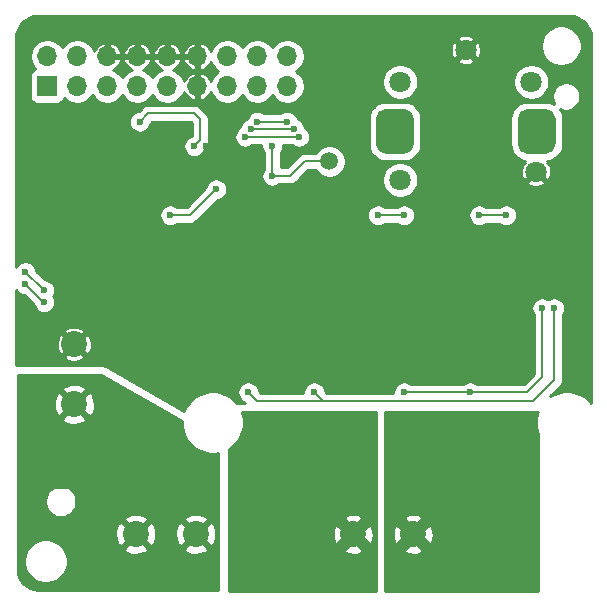
<source format=gbl>
G04 #@! TF.GenerationSoftware,KiCad,Pcbnew,5.1.10*
G04 #@! TF.CreationDate,2021-12-31T02:57:03+02:00*
G04 #@! TF.ProjectId,pwm-controller,70776d2d-636f-46e7-9472-6f6c6c65722e,rev?*
G04 #@! TF.SameCoordinates,Original*
G04 #@! TF.FileFunction,Copper,L4,Bot*
G04 #@! TF.FilePolarity,Positive*
%FSLAX46Y46*%
G04 Gerber Fmt 4.6, Leading zero omitted, Abs format (unit mm)*
G04 Created by KiCad (PCBNEW 5.1.10) date 2021-12-31 02:57:03*
%MOMM*%
%LPD*%
G01*
G04 APERTURE LIST*
G04 #@! TA.AperFunction,ComponentPad*
%ADD10C,2.200000*%
G04 #@! TD*
G04 #@! TA.AperFunction,ComponentPad*
%ADD11C,1.500000*%
G04 #@! TD*
G04 #@! TA.AperFunction,ComponentPad*
%ADD12O,1.700000X1.700000*%
G04 #@! TD*
G04 #@! TA.AperFunction,ComponentPad*
%ADD13R,1.700000X1.700000*%
G04 #@! TD*
G04 #@! TA.AperFunction,ComponentPad*
%ADD14C,1.800000*%
G04 #@! TD*
G04 #@! TA.AperFunction,ViaPad*
%ADD15C,0.600000*%
G04 #@! TD*
G04 #@! TA.AperFunction,Conductor*
%ADD16C,0.200000*%
G04 #@! TD*
G04 #@! TA.AperFunction,Conductor*
%ADD17C,0.250000*%
G04 #@! TD*
G04 #@! TA.AperFunction,Conductor*
%ADD18C,0.100000*%
G04 #@! TD*
G04 #@! TA.AperFunction,Conductor*
%ADD19C,0.254000*%
G04 #@! TD*
G04 APERTURE END LIST*
D10*
X86995000Y-120739000D03*
X92075000Y-120739000D03*
D11*
X103378000Y-89154000D03*
D12*
X99822000Y-80264000D03*
X99822000Y-82804000D03*
X97282000Y-80264000D03*
X97282000Y-82804000D03*
X94742000Y-80264000D03*
X94742000Y-82804000D03*
X92202000Y-80264000D03*
X92202000Y-82804000D03*
X89662000Y-80264000D03*
X89662000Y-82804000D03*
X87122000Y-80264000D03*
X87122000Y-82804000D03*
X84582000Y-80264000D03*
X84582000Y-82804000D03*
X82042000Y-80264000D03*
X82042000Y-82804000D03*
X79502000Y-80264000D03*
D13*
X79502000Y-82804000D03*
G04 #@! TA.AperFunction,ComponentPad*
G36*
G01*
X119335000Y-87726000D02*
X119335000Y-85526000D01*
G75*
G02*
X120135000Y-84726000I800000J0D01*
G01*
X121735000Y-84726000D01*
G75*
G02*
X122535000Y-85526000I0J-800000D01*
G01*
X122535000Y-87726000D01*
G75*
G02*
X121735000Y-88526000I-800000J0D01*
G01*
X120135000Y-88526000D01*
G75*
G02*
X119335000Y-87726000I0J800000D01*
G01*
G37*
G04 #@! TD.AperFunction*
G04 #@! TA.AperFunction,ComponentPad*
G36*
G01*
X107335000Y-87726000D02*
X107335000Y-85526000D01*
G75*
G02*
X108135000Y-84726000I800000J0D01*
G01*
X109735000Y-84726000D01*
G75*
G02*
X110535000Y-85526000I0J-800000D01*
G01*
X110535000Y-87726000D01*
G75*
G02*
X109735000Y-88526000I-800000J0D01*
G01*
X108135000Y-88526000D01*
G75*
G02*
X107335000Y-87726000I0J800000D01*
G01*
G37*
G04 #@! TD.AperFunction*
D14*
X114935000Y-79726000D03*
X109385000Y-82426000D03*
X120485000Y-82426000D03*
X120885000Y-90026000D03*
X109385000Y-90726000D03*
D10*
X81788000Y-109728000D03*
X81788000Y-104648000D03*
X105410000Y-120739000D03*
X110490000Y-120739000D03*
D15*
X120015000Y-101600000D03*
X109728000Y-95212000D03*
X120142000Y-95212000D03*
X117348000Y-95212000D03*
X106934000Y-95212000D03*
X101578900Y-83289931D03*
X101600000Y-84582000D03*
X101600000Y-85824010D03*
X120015000Y-104140000D03*
X117475000Y-104140000D03*
X114935000Y-104140000D03*
X112395000Y-104140000D03*
X109855000Y-104140000D03*
X107315000Y-104140000D03*
X104775000Y-104140000D03*
X102235000Y-104140000D03*
X102235000Y-101600000D03*
X104775000Y-101600000D03*
X107315000Y-101600000D03*
X109855000Y-101600000D03*
X112395000Y-101600000D03*
X114935000Y-101600000D03*
X117475000Y-101600000D03*
X99695000Y-101600000D03*
X99695000Y-104140000D03*
X97155000Y-101600000D03*
X94615000Y-101600000D03*
X92075000Y-101600000D03*
X89535000Y-101600000D03*
X89535000Y-104140000D03*
X92075000Y-104140000D03*
X94615000Y-104140000D03*
X97155000Y-104140000D03*
X97155000Y-106680000D03*
X94615000Y-106680000D03*
X92075000Y-106680000D03*
X89535000Y-106680000D03*
X106426000Y-98933000D03*
X116840000Y-98933000D03*
X86995000Y-101600000D03*
X86995000Y-104140000D03*
X86995000Y-106680000D03*
X124460000Y-104140000D03*
X112395000Y-106680000D03*
X109855000Y-106680000D03*
X107315000Y-106680000D03*
X124460000Y-106680000D03*
X120015000Y-106680000D03*
X104775000Y-106680000D03*
X117475000Y-106680000D03*
X99695000Y-106680000D03*
X114935000Y-106680000D03*
X102235000Y-106680000D03*
X91186000Y-97028000D03*
X98552000Y-97028000D03*
X124460000Y-101600000D03*
X80010000Y-90386000D03*
X80010000Y-91402000D03*
X84074000Y-93688000D03*
X81788000Y-98768000D03*
X84836000Y-98768000D03*
X92964000Y-87884000D03*
X78232000Y-88900000D03*
X96716313Y-86414000D03*
X100390870Y-86410905D03*
X97282000Y-85814000D03*
X99822000Y-85814000D03*
X96266000Y-87084000D03*
X100838000Y-87084000D03*
X77632000Y-99568000D03*
X79248000Y-101092000D03*
X77649645Y-98533558D03*
X79248000Y-100076000D03*
X118110000Y-114300000D03*
X115570000Y-114300000D03*
X113030000Y-114300000D03*
X110490000Y-114300000D03*
X110490000Y-116840000D03*
X113030000Y-116840000D03*
X115570000Y-116840000D03*
X118110000Y-116840000D03*
X118110000Y-119380000D03*
X118110000Y-121920000D03*
X118110000Y-124460000D03*
X115570000Y-124460000D03*
X113030000Y-124460000D03*
X113030000Y-121920000D03*
X113030000Y-119380000D03*
X115570000Y-119380000D03*
X115570000Y-121920000D03*
X110490000Y-124460000D03*
X97790000Y-114300000D03*
X100330000Y-114300000D03*
X102870000Y-114300000D03*
X105410000Y-114300000D03*
X105410000Y-116840000D03*
X102870000Y-116840000D03*
X100330000Y-116840000D03*
X97790000Y-116840000D03*
X97790000Y-119380000D03*
X100330000Y-119380000D03*
X102870000Y-119380000D03*
X102870000Y-121920000D03*
X100330000Y-121920000D03*
X97790000Y-121920000D03*
X97790000Y-124460000D03*
X100330000Y-124460000D03*
X102870000Y-124460000D03*
X105410000Y-124460000D03*
X115316000Y-108712000D03*
X109728000Y-108712000D03*
X121412000Y-101600000D03*
X102108000Y-108712000D03*
X96520000Y-108712000D03*
X122428000Y-101600000D03*
X79375000Y-119380000D03*
X79375000Y-116840000D03*
X79375000Y-114300000D03*
X81915000Y-119380000D03*
X81915000Y-116840000D03*
X81915000Y-114300000D03*
X84455000Y-114300000D03*
X84455000Y-116840000D03*
X84455000Y-119380000D03*
X92075000Y-116840000D03*
X89535000Y-116840000D03*
X86995000Y-116840000D03*
X86995000Y-114300000D03*
X89535000Y-114300000D03*
X86995000Y-111760000D03*
X84455000Y-111760000D03*
X84455000Y-124460000D03*
X86995000Y-124460000D03*
X89535000Y-124460000D03*
X92075000Y-124460000D03*
X89522400Y-119380000D03*
X89535000Y-121907400D03*
X79375000Y-111747400D03*
X84455000Y-109207400D03*
X92075000Y-114287400D03*
X89535000Y-111747400D03*
X79375000Y-109207400D03*
X84455000Y-121907400D03*
X109728000Y-93726000D03*
X116078000Y-93726000D03*
X118364000Y-93726000D03*
X98552000Y-90386000D03*
X98552000Y-87846000D03*
X107480000Y-93726000D03*
X93814994Y-91528994D03*
X89916000Y-93726000D03*
X87332735Y-85808735D03*
X91948000Y-87884000D03*
D16*
X120015000Y-104140000D02*
X117475000Y-104140000D01*
X117475000Y-104140000D02*
X114935000Y-104140000D01*
X114935000Y-104140000D02*
X112395000Y-104140000D01*
X112395000Y-104140000D02*
X109855000Y-104140000D01*
X109855000Y-104140000D02*
X107315000Y-104140000D01*
X107315000Y-104140000D02*
X104775000Y-104140000D01*
X104775000Y-104140000D02*
X102235000Y-104140000D01*
X102235000Y-101600000D02*
X104775000Y-101600000D01*
X104775000Y-101600000D02*
X107315000Y-101600000D01*
X107315000Y-101600000D02*
X109855000Y-101600000D01*
X109855000Y-101600000D02*
X112395000Y-101600000D01*
X112395000Y-101600000D02*
X114935000Y-101600000D01*
X114935000Y-101600000D02*
X117475000Y-101600000D01*
X117475000Y-101600000D02*
X120015000Y-101600000D01*
X102235000Y-101600000D02*
X99695000Y-101600000D01*
X99695000Y-104140000D02*
X102235000Y-104140000D01*
X99695000Y-101600000D02*
X97155000Y-101600000D01*
X97155000Y-101600000D02*
X94615000Y-101600000D01*
X94615000Y-101600000D02*
X92075000Y-101600000D01*
X92075000Y-101600000D02*
X89535000Y-101600000D01*
X89535000Y-101600000D02*
X89535000Y-104140000D01*
X89535000Y-104140000D02*
X92075000Y-104140000D01*
X92075000Y-104140000D02*
X94615000Y-104140000D01*
X94615000Y-104140000D02*
X97155000Y-104140000D01*
X97155000Y-104140000D02*
X99695000Y-104140000D01*
X97155000Y-104140000D02*
X97155000Y-106680000D01*
X97155000Y-106680000D02*
X94615000Y-106680000D01*
X94615000Y-106680000D02*
X92075000Y-106680000D01*
X92075000Y-106680000D02*
X89535000Y-106680000D01*
X89535000Y-106680000D02*
X89535000Y-104140000D01*
X89535000Y-101600000D02*
X86995000Y-101600000D01*
X89535000Y-104140000D02*
X86995000Y-104140000D01*
X89535000Y-106680000D02*
X86995000Y-106680000D01*
X86995000Y-101600000D02*
X86995000Y-106680000D01*
X124460000Y-101600000D02*
X124460000Y-104140000D01*
X112395000Y-106680000D02*
X109855000Y-106680000D01*
X109855000Y-106680000D02*
X107315000Y-106680000D01*
X97155000Y-106680000D02*
X99695000Y-106680000D01*
X124460000Y-104140000D02*
X124460000Y-106680000D01*
X120015000Y-104140000D02*
X120015000Y-106680000D01*
X120015000Y-104140000D02*
X120015000Y-101600000D01*
X107315000Y-106680000D02*
X104775000Y-106680000D01*
X120015000Y-106680000D02*
X117475000Y-106680000D01*
X117475000Y-106680000D02*
X114935000Y-106680000D01*
X114935000Y-106680000D02*
X112395000Y-106680000D01*
X104775000Y-106680000D02*
X102235000Y-106680000D01*
X102235000Y-106680000D02*
X99695000Y-106680000D01*
X100387775Y-86414000D02*
X100390870Y-86410905D01*
X96716313Y-86414000D02*
X100387775Y-86414000D01*
X97282000Y-85814000D02*
X99822000Y-85814000D01*
X96266000Y-87084000D02*
X100838000Y-87084000D01*
X79156000Y-101092000D02*
X79248000Y-101092000D01*
X77632000Y-99568000D02*
X79156000Y-101092000D01*
X79192087Y-100076000D02*
X79248000Y-100076000D01*
X77649645Y-98533558D02*
X79192087Y-100076000D01*
X118110000Y-114300000D02*
X115570000Y-114300000D01*
X115570000Y-114300000D02*
X113030000Y-114300000D01*
X113030000Y-114300000D02*
X110490000Y-114300000D01*
X110490000Y-114300000D02*
X110490000Y-116840000D01*
X110490000Y-116840000D02*
X113030000Y-116840000D01*
X113030000Y-116840000D02*
X115570000Y-116840000D01*
X115570000Y-116840000D02*
X118110000Y-116840000D01*
X118110000Y-116840000D02*
X118110000Y-114300000D01*
X118110000Y-116840000D02*
X118110000Y-119380000D01*
X118110000Y-119380000D02*
X118110000Y-121920000D01*
X118110000Y-121920000D02*
X118110000Y-124460000D01*
X118110000Y-124460000D02*
X115570000Y-124460000D01*
X115570000Y-124460000D02*
X113030000Y-124460000D01*
X113030000Y-124460000D02*
X113030000Y-121920000D01*
X113030000Y-121920000D02*
X113030000Y-119380000D01*
X113030000Y-119380000D02*
X110490000Y-116840000D01*
X113030000Y-119380000D02*
X115570000Y-119380000D01*
X115570000Y-119380000D02*
X118110000Y-119380000D01*
X118110000Y-121920000D02*
X115570000Y-121920000D01*
X115570000Y-121920000D02*
X113030000Y-121920000D01*
X113030000Y-124460000D02*
X110490000Y-124460000D01*
X113030000Y-121920000D02*
X110490000Y-124460000D01*
X97790000Y-114300000D02*
X100330000Y-114300000D01*
X100330000Y-114300000D02*
X102870000Y-114300000D01*
X102870000Y-114300000D02*
X105410000Y-114300000D01*
X105410000Y-114300000D02*
X105410000Y-116840000D01*
X105410000Y-116840000D02*
X102870000Y-116840000D01*
X102870000Y-116840000D02*
X100330000Y-116840000D01*
X100330000Y-116840000D02*
X97790000Y-116840000D01*
X97790000Y-116840000D02*
X97790000Y-114300000D01*
X97790000Y-116840000D02*
X97790000Y-119380000D01*
X97790000Y-119380000D02*
X100330000Y-119380000D01*
X100330000Y-119380000D02*
X102870000Y-119380000D01*
X102870000Y-119380000D02*
X105410000Y-116840000D01*
X102870000Y-119380000D02*
X102870000Y-121920000D01*
X102870000Y-121920000D02*
X100330000Y-121920000D01*
X100330000Y-121920000D02*
X97790000Y-121920000D01*
X97790000Y-121920000D02*
X97790000Y-119380000D01*
X97790000Y-121920000D02*
X97790000Y-124460000D01*
X97790000Y-124460000D02*
X100330000Y-124460000D01*
X100330000Y-124460000D02*
X102870000Y-124460000D01*
X102870000Y-124460000D02*
X102870000Y-121920000D01*
X102870000Y-124460000D02*
X105410000Y-124460000D01*
X105410000Y-124460000D02*
X102870000Y-121920000D01*
X115316000Y-108712000D02*
X109728000Y-108712000D01*
X121412000Y-101600000D02*
X121412000Y-107442000D01*
X120142000Y-108712000D02*
X119380000Y-108712000D01*
X119380000Y-108712000D02*
X115316000Y-108712000D01*
X121412000Y-107442000D02*
X120142000Y-108712000D01*
X119888000Y-108712000D02*
X119380000Y-108712000D01*
X102870000Y-109474000D02*
X102108000Y-108712000D01*
X97282000Y-109474000D02*
X96520000Y-108712000D01*
X102870000Y-109474000D02*
X97282000Y-109474000D01*
X119888000Y-109474000D02*
X102870000Y-109474000D01*
X120396000Y-109474000D02*
X119888000Y-109474000D01*
X120650000Y-109474000D02*
X122428000Y-107696000D01*
X122428000Y-101600000D02*
X122428000Y-107696000D01*
X120650000Y-109474000D02*
X119888000Y-109474000D01*
X79375000Y-119380000D02*
X79375000Y-116840000D01*
X79375000Y-114300000D02*
X79375000Y-116840000D01*
X79375000Y-119380000D02*
X81915000Y-119380000D01*
X81915000Y-119380000D02*
X81915000Y-116840000D01*
X81915000Y-116840000D02*
X79375000Y-116840000D01*
X81915000Y-116840000D02*
X81915000Y-114300000D01*
X81915000Y-114300000D02*
X79375000Y-114300000D01*
X81915000Y-114300000D02*
X84455000Y-114300000D01*
X84455000Y-114300000D02*
X84455000Y-116840000D01*
X84455000Y-116840000D02*
X81915000Y-116840000D01*
X81915000Y-119380000D02*
X84455000Y-119380000D01*
X84455000Y-119380000D02*
X84455000Y-116840000D01*
X92075000Y-116840000D02*
X89535000Y-116840000D01*
X89535000Y-116840000D02*
X86995000Y-116840000D01*
X86995000Y-116840000D02*
X84455000Y-116840000D01*
X84455000Y-114300000D02*
X86995000Y-114300000D01*
X86995000Y-114300000D02*
X86995000Y-116840000D01*
X86995000Y-114300000D02*
X89535000Y-114300000D01*
X89535000Y-114300000D02*
X89535000Y-116840000D01*
X89535000Y-114300000D02*
X92075000Y-116840000D01*
X86995000Y-114300000D02*
X86995000Y-111760000D01*
X84455000Y-114300000D02*
X84455000Y-111760000D01*
X84455000Y-124460000D02*
X86995000Y-124460000D01*
X86995000Y-124460000D02*
X89535000Y-124460000D01*
X89535000Y-124460000D02*
X92075000Y-124460000D01*
X84455000Y-111760000D02*
X81915000Y-114300000D01*
X86995000Y-116840000D02*
X89522400Y-119367400D01*
X89522400Y-119367400D02*
X89522400Y-119380000D01*
X92075000Y-116840000D02*
X89547600Y-119367400D01*
X89535000Y-119367400D02*
X89522400Y-119380000D01*
X89547600Y-119367400D02*
X89535000Y-119367400D01*
X86995000Y-124460000D02*
X89535000Y-121920000D01*
X89535000Y-121920000D02*
X89535000Y-121907400D01*
X92075000Y-124460000D02*
X89535000Y-121920000D01*
X79375000Y-114300000D02*
X79375000Y-111747400D01*
X79375000Y-111760000D02*
X79375000Y-111747400D01*
X81915000Y-114300000D02*
X79375000Y-111760000D01*
X84455000Y-111760000D02*
X86995000Y-111760000D01*
X84455000Y-111760000D02*
X84455000Y-109207400D01*
X84455000Y-109220000D02*
X84455000Y-109207400D01*
X86995000Y-111760000D02*
X84455000Y-109220000D01*
X92062400Y-114300000D02*
X92075000Y-114287400D01*
X89535000Y-114300000D02*
X92062400Y-114300000D01*
X92075000Y-114287400D02*
X92075000Y-116840000D01*
X89535000Y-114300000D02*
X89535000Y-111747400D01*
X89522400Y-111760000D02*
X89535000Y-111747400D01*
X86995000Y-111760000D02*
X89522400Y-111760000D01*
X79375000Y-111747400D02*
X79375000Y-109207400D01*
X84442400Y-121907400D02*
X84455000Y-121907400D01*
X81915000Y-119380000D02*
X84442400Y-121907400D01*
X84455000Y-121907400D02*
X84455000Y-124460000D01*
X84455000Y-119380000D02*
X84455000Y-121907400D01*
X116078000Y-93726000D02*
X118364000Y-93726000D01*
X98552000Y-90386000D02*
X98552000Y-87846000D01*
X98552000Y-90386000D02*
X100076000Y-90386000D01*
X101308000Y-89154000D02*
X103378000Y-89154000D01*
X100076000Y-90386000D02*
X101308000Y-89154000D01*
X107480000Y-93726000D02*
X109728000Y-93726000D01*
X91617988Y-93726000D02*
X91440000Y-93726000D01*
X93814994Y-91528994D02*
X91617988Y-93726000D01*
X91440000Y-93726000D02*
X89916000Y-93726000D01*
X91617989Y-93726000D02*
X91440000Y-93726000D01*
X87332735Y-85808735D02*
X88051470Y-85090000D01*
X88051470Y-85090000D02*
X91948000Y-85090000D01*
X91948000Y-85090000D02*
X92456000Y-85598000D01*
X92456000Y-87376000D02*
X91948000Y-87884000D01*
X92456000Y-85598000D02*
X92456000Y-87376000D01*
D17*
X124058727Y-76888291D02*
X124403791Y-76992471D01*
X124722049Y-77161691D01*
X125001378Y-77389507D01*
X125231136Y-77667237D01*
X125402574Y-77984306D01*
X125509161Y-78328633D01*
X125550001Y-78717200D01*
X125550000Y-109613168D01*
X125538970Y-109596660D01*
X125173340Y-109231030D01*
X124743404Y-108943755D01*
X124265684Y-108745878D01*
X123758540Y-108645000D01*
X123241460Y-108645000D01*
X122734316Y-108745878D01*
X122256596Y-108943755D01*
X122102758Y-109046547D01*
X122915477Y-108233828D01*
X122943132Y-108211132D01*
X122976473Y-108170507D01*
X123033731Y-108100737D01*
X123101053Y-107974788D01*
X123114798Y-107929475D01*
X123142509Y-107838125D01*
X123153000Y-107731607D01*
X123153000Y-107731597D01*
X123156506Y-107696000D01*
X123153000Y-107660403D01*
X123153000Y-102179918D01*
X123247725Y-102038152D01*
X123317453Y-101869813D01*
X123353000Y-101691105D01*
X123353000Y-101508895D01*
X123317453Y-101330187D01*
X123247725Y-101161848D01*
X123146495Y-101010347D01*
X123017653Y-100881505D01*
X122866152Y-100780275D01*
X122697813Y-100710547D01*
X122519105Y-100675000D01*
X122336895Y-100675000D01*
X122158187Y-100710547D01*
X121989848Y-100780275D01*
X121920000Y-100826946D01*
X121850152Y-100780275D01*
X121681813Y-100710547D01*
X121503105Y-100675000D01*
X121320895Y-100675000D01*
X121142187Y-100710547D01*
X120973848Y-100780275D01*
X120822347Y-100881505D01*
X120693505Y-101010347D01*
X120592275Y-101161848D01*
X120522547Y-101330187D01*
X120487000Y-101508895D01*
X120487000Y-101691105D01*
X120522547Y-101869813D01*
X120592275Y-102038152D01*
X120687000Y-102179918D01*
X120687001Y-107141694D01*
X119841696Y-107987000D01*
X115895918Y-107987000D01*
X115754152Y-107892275D01*
X115585813Y-107822547D01*
X115407105Y-107787000D01*
X115224895Y-107787000D01*
X115046187Y-107822547D01*
X114877848Y-107892275D01*
X114736082Y-107987000D01*
X110307918Y-107987000D01*
X110166152Y-107892275D01*
X109997813Y-107822547D01*
X109819105Y-107787000D01*
X109636895Y-107787000D01*
X109458187Y-107822547D01*
X109289848Y-107892275D01*
X109138347Y-107993505D01*
X109009505Y-108122347D01*
X108908275Y-108273848D01*
X108838547Y-108442187D01*
X108803000Y-108620895D01*
X108803000Y-108749000D01*
X103170305Y-108749000D01*
X103030716Y-108609411D01*
X102997453Y-108442187D01*
X102927725Y-108273848D01*
X102826495Y-108122347D01*
X102697653Y-107993505D01*
X102546152Y-107892275D01*
X102377813Y-107822547D01*
X102199105Y-107787000D01*
X102016895Y-107787000D01*
X101838187Y-107822547D01*
X101669848Y-107892275D01*
X101518347Y-107993505D01*
X101389505Y-108122347D01*
X101288275Y-108273848D01*
X101218547Y-108442187D01*
X101183000Y-108620895D01*
X101183000Y-108749000D01*
X97582305Y-108749000D01*
X97442716Y-108609411D01*
X97409453Y-108442187D01*
X97339725Y-108273848D01*
X97238495Y-108122347D01*
X97109653Y-107993505D01*
X96958152Y-107892275D01*
X96789813Y-107822547D01*
X96611105Y-107787000D01*
X96428895Y-107787000D01*
X96250187Y-107822547D01*
X96081848Y-107892275D01*
X95930347Y-107993505D01*
X95801505Y-108122347D01*
X95700275Y-108273848D01*
X95630547Y-108442187D01*
X95595000Y-108620895D01*
X95595000Y-108803105D01*
X95630547Y-108981813D01*
X95700275Y-109150152D01*
X95801505Y-109301653D01*
X95930347Y-109430495D01*
X96081848Y-109531725D01*
X96250187Y-109601453D01*
X96257964Y-109603000D01*
X95543206Y-109603000D01*
X95538970Y-109596660D01*
X95173340Y-109231030D01*
X94743404Y-108943755D01*
X94265684Y-108745878D01*
X93758540Y-108645000D01*
X93241460Y-108645000D01*
X92734316Y-108745878D01*
X92256596Y-108943755D01*
X91826660Y-109231030D01*
X91461030Y-109596660D01*
X91173755Y-110026596D01*
X91071575Y-110273283D01*
X84451066Y-106490135D01*
X84364839Y-106447852D01*
X84222269Y-106404603D01*
X84074000Y-106390000D01*
X76850000Y-106390000D01*
X76850000Y-105714140D01*
X80898637Y-105714140D01*
X81021053Y-105916275D01*
X81283218Y-106041529D01*
X81564781Y-106113231D01*
X81854922Y-106128625D01*
X82142492Y-106087120D01*
X82416439Y-105990310D01*
X82554947Y-105916275D01*
X82677363Y-105714140D01*
X81788000Y-104824777D01*
X80898637Y-105714140D01*
X76850000Y-105714140D01*
X76850000Y-104714922D01*
X80307375Y-104714922D01*
X80348880Y-105002492D01*
X80445690Y-105276439D01*
X80519725Y-105414947D01*
X80721860Y-105537363D01*
X81611223Y-104648000D01*
X81964777Y-104648000D01*
X82854140Y-105537363D01*
X83056275Y-105414947D01*
X83181529Y-105152782D01*
X83253231Y-104871219D01*
X83268625Y-104581078D01*
X83227120Y-104293508D01*
X83130310Y-104019561D01*
X83056275Y-103881053D01*
X82854140Y-103758637D01*
X81964777Y-104648000D01*
X81611223Y-104648000D01*
X80721860Y-103758637D01*
X80519725Y-103881053D01*
X80394471Y-104143218D01*
X80322769Y-104424781D01*
X80307375Y-104714922D01*
X76850000Y-104714922D01*
X76850000Y-103581860D01*
X80898637Y-103581860D01*
X81788000Y-104471223D01*
X82677363Y-103581860D01*
X82554947Y-103379725D01*
X82292782Y-103254471D01*
X82011219Y-103182769D01*
X81721078Y-103167375D01*
X81433508Y-103208880D01*
X81159561Y-103305690D01*
X81021053Y-103379725D01*
X80898637Y-103581860D01*
X76850000Y-103581860D01*
X76850000Y-100062611D01*
X76913505Y-100157653D01*
X77042347Y-100286495D01*
X77193848Y-100387725D01*
X77362187Y-100457453D01*
X77529412Y-100490716D01*
X78348128Y-101309433D01*
X78358547Y-101361813D01*
X78428275Y-101530152D01*
X78529505Y-101681653D01*
X78658347Y-101810495D01*
X78809848Y-101911725D01*
X78978187Y-101981453D01*
X79156895Y-102017000D01*
X79339105Y-102017000D01*
X79517813Y-101981453D01*
X79686152Y-101911725D01*
X79837653Y-101810495D01*
X79966495Y-101681653D01*
X80067725Y-101530152D01*
X80137453Y-101361813D01*
X80173000Y-101183105D01*
X80173000Y-101000895D01*
X80137453Y-100822187D01*
X80067725Y-100653848D01*
X80021054Y-100584000D01*
X80067725Y-100514152D01*
X80137453Y-100345813D01*
X80173000Y-100167105D01*
X80173000Y-99984895D01*
X80137453Y-99806187D01*
X80067725Y-99637848D01*
X79966495Y-99486347D01*
X79837653Y-99357505D01*
X79686152Y-99256275D01*
X79517813Y-99186547D01*
X79339105Y-99151000D01*
X79292392Y-99151000D01*
X78572361Y-98430970D01*
X78539098Y-98263745D01*
X78469370Y-98095406D01*
X78368140Y-97943905D01*
X78239298Y-97815063D01*
X78087797Y-97713833D01*
X77919458Y-97644105D01*
X77740750Y-97608558D01*
X77558540Y-97608558D01*
X77379832Y-97644105D01*
X77211493Y-97713833D01*
X77059992Y-97815063D01*
X76931150Y-97943905D01*
X76850000Y-98065354D01*
X76850000Y-93634895D01*
X88991000Y-93634895D01*
X88991000Y-93817105D01*
X89026547Y-93995813D01*
X89096275Y-94164152D01*
X89197505Y-94315653D01*
X89326347Y-94444495D01*
X89477848Y-94545725D01*
X89646187Y-94615453D01*
X89824895Y-94651000D01*
X90007105Y-94651000D01*
X90185813Y-94615453D01*
X90354152Y-94545725D01*
X90495918Y-94451000D01*
X91582391Y-94451000D01*
X91617988Y-94454506D01*
X91653585Y-94451000D01*
X91653596Y-94451000D01*
X91760114Y-94440509D01*
X91896777Y-94399053D01*
X92022726Y-94331731D01*
X92133121Y-94241132D01*
X92155826Y-94213466D01*
X92734397Y-93634895D01*
X106555000Y-93634895D01*
X106555000Y-93817105D01*
X106590547Y-93995813D01*
X106660275Y-94164152D01*
X106761505Y-94315653D01*
X106890347Y-94444495D01*
X107041848Y-94545725D01*
X107210187Y-94615453D01*
X107388895Y-94651000D01*
X107571105Y-94651000D01*
X107749813Y-94615453D01*
X107918152Y-94545725D01*
X108059918Y-94451000D01*
X109148082Y-94451000D01*
X109289848Y-94545725D01*
X109458187Y-94615453D01*
X109636895Y-94651000D01*
X109819105Y-94651000D01*
X109997813Y-94615453D01*
X110166152Y-94545725D01*
X110317653Y-94444495D01*
X110446495Y-94315653D01*
X110547725Y-94164152D01*
X110617453Y-93995813D01*
X110653000Y-93817105D01*
X110653000Y-93634895D01*
X115153000Y-93634895D01*
X115153000Y-93817105D01*
X115188547Y-93995813D01*
X115258275Y-94164152D01*
X115359505Y-94315653D01*
X115488347Y-94444495D01*
X115639848Y-94545725D01*
X115808187Y-94615453D01*
X115986895Y-94651000D01*
X116169105Y-94651000D01*
X116347813Y-94615453D01*
X116516152Y-94545725D01*
X116657918Y-94451000D01*
X117784082Y-94451000D01*
X117925848Y-94545725D01*
X118094187Y-94615453D01*
X118272895Y-94651000D01*
X118455105Y-94651000D01*
X118633813Y-94615453D01*
X118802152Y-94545725D01*
X118953653Y-94444495D01*
X119082495Y-94315653D01*
X119183725Y-94164152D01*
X119253453Y-93995813D01*
X119289000Y-93817105D01*
X119289000Y-93634895D01*
X119253453Y-93456187D01*
X119183725Y-93287848D01*
X119082495Y-93136347D01*
X118953653Y-93007505D01*
X118802152Y-92906275D01*
X118633813Y-92836547D01*
X118455105Y-92801000D01*
X118272895Y-92801000D01*
X118094187Y-92836547D01*
X117925848Y-92906275D01*
X117784082Y-93001000D01*
X116657918Y-93001000D01*
X116516152Y-92906275D01*
X116347813Y-92836547D01*
X116169105Y-92801000D01*
X115986895Y-92801000D01*
X115808187Y-92836547D01*
X115639848Y-92906275D01*
X115488347Y-93007505D01*
X115359505Y-93136347D01*
X115258275Y-93287848D01*
X115188547Y-93456187D01*
X115153000Y-93634895D01*
X110653000Y-93634895D01*
X110617453Y-93456187D01*
X110547725Y-93287848D01*
X110446495Y-93136347D01*
X110317653Y-93007505D01*
X110166152Y-92906275D01*
X109997813Y-92836547D01*
X109819105Y-92801000D01*
X109636895Y-92801000D01*
X109458187Y-92836547D01*
X109289848Y-92906275D01*
X109148082Y-93001000D01*
X108059918Y-93001000D01*
X107918152Y-92906275D01*
X107749813Y-92836547D01*
X107571105Y-92801000D01*
X107388895Y-92801000D01*
X107210187Y-92836547D01*
X107041848Y-92906275D01*
X106890347Y-93007505D01*
X106761505Y-93136347D01*
X106660275Y-93287848D01*
X106590547Y-93456187D01*
X106555000Y-93634895D01*
X92734397Y-93634895D01*
X93917583Y-92451710D01*
X94084807Y-92418447D01*
X94253146Y-92348719D01*
X94404647Y-92247489D01*
X94533489Y-92118647D01*
X94634719Y-91967146D01*
X94704447Y-91798807D01*
X94739994Y-91620099D01*
X94739994Y-91437889D01*
X94704447Y-91259181D01*
X94634719Y-91090842D01*
X94533489Y-90939341D01*
X94404647Y-90810499D01*
X94253146Y-90709269D01*
X94084807Y-90639541D01*
X93906099Y-90603994D01*
X93723889Y-90603994D01*
X93545181Y-90639541D01*
X93376842Y-90709269D01*
X93225341Y-90810499D01*
X93096499Y-90939341D01*
X92995269Y-91090842D01*
X92925541Y-91259181D01*
X92892278Y-91426405D01*
X91317684Y-93001000D01*
X90495918Y-93001000D01*
X90354152Y-92906275D01*
X90185813Y-92836547D01*
X90007105Y-92801000D01*
X89824895Y-92801000D01*
X89646187Y-92836547D01*
X89477848Y-92906275D01*
X89326347Y-93007505D01*
X89197505Y-93136347D01*
X89096275Y-93287848D01*
X89026547Y-93456187D01*
X88991000Y-93634895D01*
X76850000Y-93634895D01*
X76850000Y-85717630D01*
X86407735Y-85717630D01*
X86407735Y-85899840D01*
X86443282Y-86078548D01*
X86513010Y-86246887D01*
X86614240Y-86398388D01*
X86743082Y-86527230D01*
X86894583Y-86628460D01*
X87062922Y-86698188D01*
X87241630Y-86733735D01*
X87423840Y-86733735D01*
X87602548Y-86698188D01*
X87770887Y-86628460D01*
X87922388Y-86527230D01*
X88051230Y-86398388D01*
X88152460Y-86246887D01*
X88222188Y-86078548D01*
X88255451Y-85911324D01*
X88351775Y-85815000D01*
X91647696Y-85815000D01*
X91731000Y-85898305D01*
X91731001Y-86984042D01*
X91678187Y-86994547D01*
X91509848Y-87064275D01*
X91358347Y-87165505D01*
X91229505Y-87294347D01*
X91128275Y-87445848D01*
X91058547Y-87614187D01*
X91023000Y-87792895D01*
X91023000Y-87975105D01*
X91058547Y-88153813D01*
X91128275Y-88322152D01*
X91229505Y-88473653D01*
X91358347Y-88602495D01*
X91509848Y-88703725D01*
X91678187Y-88773453D01*
X91856895Y-88809000D01*
X92039105Y-88809000D01*
X92217813Y-88773453D01*
X92386152Y-88703725D01*
X92537653Y-88602495D01*
X92666495Y-88473653D01*
X92767725Y-88322152D01*
X92837453Y-88153813D01*
X92870716Y-87986589D01*
X92943477Y-87913828D01*
X92971132Y-87891132D01*
X93061731Y-87780737D01*
X93129053Y-87654788D01*
X93170509Y-87518125D01*
X93181000Y-87411607D01*
X93181000Y-87411598D01*
X93184506Y-87376001D01*
X93181000Y-87340404D01*
X93181000Y-86992895D01*
X95341000Y-86992895D01*
X95341000Y-87175105D01*
X95376547Y-87353813D01*
X95446275Y-87522152D01*
X95547505Y-87673653D01*
X95676347Y-87802495D01*
X95827848Y-87903725D01*
X95996187Y-87973453D01*
X96174895Y-88009000D01*
X96357105Y-88009000D01*
X96535813Y-87973453D01*
X96704152Y-87903725D01*
X96845918Y-87809000D01*
X97627000Y-87809000D01*
X97627000Y-87937105D01*
X97662547Y-88115813D01*
X97732275Y-88284152D01*
X97827001Y-88425919D01*
X97827000Y-89806082D01*
X97732275Y-89947848D01*
X97662547Y-90116187D01*
X97627000Y-90294895D01*
X97627000Y-90477105D01*
X97662547Y-90655813D01*
X97732275Y-90824152D01*
X97833505Y-90975653D01*
X97962347Y-91104495D01*
X98113848Y-91205725D01*
X98282187Y-91275453D01*
X98460895Y-91311000D01*
X98643105Y-91311000D01*
X98821813Y-91275453D01*
X98990152Y-91205725D01*
X99131918Y-91111000D01*
X100040403Y-91111000D01*
X100076000Y-91114506D01*
X100111597Y-91111000D01*
X100111607Y-91111000D01*
X100218125Y-91100509D01*
X100354788Y-91059053D01*
X100480737Y-90991731D01*
X100591132Y-90901132D01*
X100613832Y-90873472D01*
X100911503Y-90575801D01*
X107860000Y-90575801D01*
X107860000Y-90876199D01*
X107918605Y-91170826D01*
X108033562Y-91448358D01*
X108200455Y-91698131D01*
X108412869Y-91910545D01*
X108662642Y-92077438D01*
X108940174Y-92192395D01*
X109234801Y-92251000D01*
X109535199Y-92251000D01*
X109829826Y-92192395D01*
X110107358Y-92077438D01*
X110357131Y-91910545D01*
X110569545Y-91698131D01*
X110736438Y-91448358D01*
X110851395Y-91170826D01*
X110895448Y-90949355D01*
X120138422Y-90949355D01*
X120236668Y-91131016D01*
X120464704Y-91236266D01*
X120708890Y-91295007D01*
X120959844Y-91304981D01*
X121207923Y-91265804D01*
X121443592Y-91178983D01*
X121533332Y-91131016D01*
X121631578Y-90949355D01*
X120885000Y-90202777D01*
X120138422Y-90949355D01*
X110895448Y-90949355D01*
X110910000Y-90876199D01*
X110910000Y-90575801D01*
X110851395Y-90281174D01*
X110736438Y-90003642D01*
X110569545Y-89753869D01*
X110357131Y-89541455D01*
X110107358Y-89374562D01*
X109829826Y-89259605D01*
X109535199Y-89201000D01*
X109234801Y-89201000D01*
X108940174Y-89259605D01*
X108662642Y-89374562D01*
X108412869Y-89541455D01*
X108200455Y-89753869D01*
X108033562Y-90003642D01*
X107918605Y-90281174D01*
X107860000Y-90575801D01*
X100911503Y-90575801D01*
X101608305Y-89879000D01*
X102208731Y-89879000D01*
X102309968Y-90030511D01*
X102501489Y-90222032D01*
X102726693Y-90372509D01*
X102976927Y-90476159D01*
X103242574Y-90529000D01*
X103513426Y-90529000D01*
X103779073Y-90476159D01*
X104029307Y-90372509D01*
X104254511Y-90222032D01*
X104446032Y-90030511D01*
X104596509Y-89805307D01*
X104700159Y-89555073D01*
X104753000Y-89289426D01*
X104753000Y-89018574D01*
X104700159Y-88752927D01*
X104596509Y-88502693D01*
X104446032Y-88277489D01*
X104254511Y-88085968D01*
X104029307Y-87935491D01*
X103779073Y-87831841D01*
X103513426Y-87779000D01*
X103242574Y-87779000D01*
X102976927Y-87831841D01*
X102726693Y-87935491D01*
X102501489Y-88085968D01*
X102309968Y-88277489D01*
X102208731Y-88429000D01*
X101343596Y-88429000D01*
X101307999Y-88425494D01*
X101272402Y-88429000D01*
X101272393Y-88429000D01*
X101165875Y-88439491D01*
X101029212Y-88480947D01*
X100903263Y-88548269D01*
X100820525Y-88616170D01*
X100820523Y-88616172D01*
X100792868Y-88638868D01*
X100770172Y-88666523D01*
X99775696Y-89661000D01*
X99277000Y-89661000D01*
X99277000Y-88425918D01*
X99371725Y-88284152D01*
X99441453Y-88115813D01*
X99477000Y-87937105D01*
X99477000Y-87809000D01*
X100258082Y-87809000D01*
X100399848Y-87903725D01*
X100568187Y-87973453D01*
X100746895Y-88009000D01*
X100929105Y-88009000D01*
X101107813Y-87973453D01*
X101276152Y-87903725D01*
X101427653Y-87802495D01*
X101556495Y-87673653D01*
X101657725Y-87522152D01*
X101727453Y-87353813D01*
X101763000Y-87175105D01*
X101763000Y-86992895D01*
X101727453Y-86814187D01*
X101657725Y-86645848D01*
X101556495Y-86494347D01*
X101427653Y-86365505D01*
X101309221Y-86286371D01*
X101280323Y-86141092D01*
X101210595Y-85972753D01*
X101109365Y-85821252D01*
X100980523Y-85692410D01*
X100829022Y-85591180D01*
X100710600Y-85542128D01*
X100703920Y-85526000D01*
X106706976Y-85526000D01*
X106706976Y-87726000D01*
X106734415Y-88004594D01*
X106815678Y-88272481D01*
X106947641Y-88519368D01*
X107125235Y-88735765D01*
X107341632Y-88913359D01*
X107588519Y-89045322D01*
X107856406Y-89126585D01*
X108135000Y-89154024D01*
X109735000Y-89154024D01*
X110013594Y-89126585D01*
X110281481Y-89045322D01*
X110528368Y-88913359D01*
X110744765Y-88735765D01*
X110922359Y-88519368D01*
X111054322Y-88272481D01*
X111135585Y-88004594D01*
X111163024Y-87726000D01*
X111163024Y-85526000D01*
X118706976Y-85526000D01*
X118706976Y-87726000D01*
X118734415Y-88004594D01*
X118815678Y-88272481D01*
X118947641Y-88519368D01*
X119125235Y-88735765D01*
X119341632Y-88913359D01*
X119588519Y-89045322D01*
X119856406Y-89126585D01*
X119962932Y-89137077D01*
X119891115Y-89208894D01*
X119961644Y-89279423D01*
X119779984Y-89377668D01*
X119674734Y-89605704D01*
X119615993Y-89849890D01*
X119606019Y-90100844D01*
X119645196Y-90348923D01*
X119732017Y-90584592D01*
X119779984Y-90674332D01*
X119961645Y-90772578D01*
X120708223Y-90026000D01*
X120694081Y-90011858D01*
X120870858Y-89835081D01*
X120885000Y-89849223D01*
X120899142Y-89835081D01*
X121075919Y-90011858D01*
X121061777Y-90026000D01*
X121808355Y-90772578D01*
X121990016Y-90674332D01*
X122095266Y-90446296D01*
X122154007Y-90202110D01*
X122163981Y-89951156D01*
X122124804Y-89703077D01*
X122037983Y-89467408D01*
X121990016Y-89377668D01*
X121808356Y-89279423D01*
X121878885Y-89208894D01*
X121816034Y-89146043D01*
X122013594Y-89126585D01*
X122281481Y-89045322D01*
X122528368Y-88913359D01*
X122744765Y-88735765D01*
X122922359Y-88519368D01*
X123054322Y-88272481D01*
X123135585Y-88004594D01*
X123163024Y-87726000D01*
X123163024Y-85526000D01*
X123135585Y-85247406D01*
X123054322Y-84979519D01*
X122926650Y-84740659D01*
X123093681Y-84809846D01*
X123325712Y-84856000D01*
X123562288Y-84856000D01*
X123794319Y-84809846D01*
X124012887Y-84719312D01*
X124209593Y-84587878D01*
X124376878Y-84420593D01*
X124508312Y-84223887D01*
X124598846Y-84005319D01*
X124645000Y-83773288D01*
X124645000Y-83536712D01*
X124598846Y-83304681D01*
X124508312Y-83086113D01*
X124376878Y-82889407D01*
X124209593Y-82722122D01*
X124012887Y-82590688D01*
X123794319Y-82500154D01*
X123562288Y-82454000D01*
X123325712Y-82454000D01*
X123093681Y-82500154D01*
X122875113Y-82590688D01*
X122678407Y-82722122D01*
X122511122Y-82889407D01*
X122379688Y-83086113D01*
X122289154Y-83304681D01*
X122243000Y-83536712D01*
X122243000Y-83773288D01*
X122289154Y-84005319D01*
X122379688Y-84223887D01*
X122416361Y-84278772D01*
X122281481Y-84206678D01*
X122013594Y-84125415D01*
X121735000Y-84097976D01*
X120135000Y-84097976D01*
X119856406Y-84125415D01*
X119588519Y-84206678D01*
X119341632Y-84338641D01*
X119125235Y-84516235D01*
X118947641Y-84732632D01*
X118815678Y-84979519D01*
X118734415Y-85247406D01*
X118706976Y-85526000D01*
X111163024Y-85526000D01*
X111135585Y-85247406D01*
X111054322Y-84979519D01*
X110922359Y-84732632D01*
X110744765Y-84516235D01*
X110528368Y-84338641D01*
X110281481Y-84206678D01*
X110013594Y-84125415D01*
X109735000Y-84097976D01*
X108135000Y-84097976D01*
X107856406Y-84125415D01*
X107588519Y-84206678D01*
X107341632Y-84338641D01*
X107125235Y-84516235D01*
X106947641Y-84732632D01*
X106815678Y-84979519D01*
X106734415Y-85247406D01*
X106706976Y-85526000D01*
X100703920Y-85526000D01*
X100641725Y-85375848D01*
X100540495Y-85224347D01*
X100411653Y-85095505D01*
X100260152Y-84994275D01*
X100091813Y-84924547D01*
X99913105Y-84889000D01*
X99730895Y-84889000D01*
X99552187Y-84924547D01*
X99383848Y-84994275D01*
X99242082Y-85089000D01*
X97861918Y-85089000D01*
X97720152Y-84994275D01*
X97551813Y-84924547D01*
X97373105Y-84889000D01*
X97190895Y-84889000D01*
X97012187Y-84924547D01*
X96843848Y-84994275D01*
X96692347Y-85095505D01*
X96563505Y-85224347D01*
X96462275Y-85375848D01*
X96392547Y-85544187D01*
X96391960Y-85547138D01*
X96278161Y-85594275D01*
X96126660Y-85695505D01*
X95997818Y-85824347D01*
X95896588Y-85975848D01*
X95826860Y-86144187D01*
X95799160Y-86283444D01*
X95676347Y-86365505D01*
X95547505Y-86494347D01*
X95446275Y-86645848D01*
X95376547Y-86814187D01*
X95341000Y-86992895D01*
X93181000Y-86992895D01*
X93181000Y-85633596D01*
X93184506Y-85597999D01*
X93181000Y-85562402D01*
X93181000Y-85562393D01*
X93170509Y-85455875D01*
X93129053Y-85319212D01*
X93061731Y-85193263D01*
X92993830Y-85110525D01*
X92993823Y-85110518D01*
X92971131Y-85082868D01*
X92943482Y-85060177D01*
X92485832Y-84602528D01*
X92463132Y-84574868D01*
X92352737Y-84484269D01*
X92226788Y-84416947D01*
X92090125Y-84375491D01*
X91983607Y-84365000D01*
X91983597Y-84365000D01*
X91948000Y-84361494D01*
X91912403Y-84365000D01*
X88087067Y-84365000D01*
X88051470Y-84361494D01*
X88015873Y-84365000D01*
X88015863Y-84365000D01*
X87909345Y-84375491D01*
X87772682Y-84416947D01*
X87646733Y-84484269D01*
X87563995Y-84552170D01*
X87563993Y-84552172D01*
X87536338Y-84574868D01*
X87513642Y-84602523D01*
X87230146Y-84886019D01*
X87062922Y-84919282D01*
X86894583Y-84989010D01*
X86743082Y-85090240D01*
X86614240Y-85219082D01*
X86513010Y-85370583D01*
X86443282Y-85538922D01*
X86407735Y-85717630D01*
X76850000Y-85717630D01*
X76850000Y-81954000D01*
X78023976Y-81954000D01*
X78023976Y-83654000D01*
X78036043Y-83776521D01*
X78071781Y-83894334D01*
X78129817Y-84002911D01*
X78207920Y-84098080D01*
X78303089Y-84176183D01*
X78411666Y-84234219D01*
X78529479Y-84269957D01*
X78652000Y-84282024D01*
X80352000Y-84282024D01*
X80474521Y-84269957D01*
X80592334Y-84234219D01*
X80700911Y-84176183D01*
X80796080Y-84098080D01*
X80874183Y-84002911D01*
X80932219Y-83894334D01*
X80958787Y-83806752D01*
X81101742Y-83949707D01*
X81343325Y-84111128D01*
X81611758Y-84222317D01*
X81896725Y-84279000D01*
X82187275Y-84279000D01*
X82472242Y-84222317D01*
X82740675Y-84111128D01*
X82982258Y-83949707D01*
X83187707Y-83744258D01*
X83312000Y-83558241D01*
X83436293Y-83744258D01*
X83641742Y-83949707D01*
X83883325Y-84111128D01*
X84151758Y-84222317D01*
X84436725Y-84279000D01*
X84727275Y-84279000D01*
X85012242Y-84222317D01*
X85280675Y-84111128D01*
X85522258Y-83949707D01*
X85727707Y-83744258D01*
X85852000Y-83558241D01*
X85976293Y-83744258D01*
X86181742Y-83949707D01*
X86423325Y-84111128D01*
X86691758Y-84222317D01*
X86976725Y-84279000D01*
X87267275Y-84279000D01*
X87552242Y-84222317D01*
X87820675Y-84111128D01*
X88062258Y-83949707D01*
X88267707Y-83744258D01*
X88392000Y-83558241D01*
X88516293Y-83744258D01*
X88721742Y-83949707D01*
X88963325Y-84111128D01*
X89231758Y-84222317D01*
X89516725Y-84279000D01*
X89807275Y-84279000D01*
X90092242Y-84222317D01*
X90360675Y-84111128D01*
X90602258Y-83949707D01*
X90807707Y-83744258D01*
X90969128Y-83502675D01*
X91070332Y-83258347D01*
X91101973Y-83343056D01*
X91228274Y-83547303D01*
X91391995Y-83722985D01*
X91586844Y-83863351D01*
X91805333Y-83963007D01*
X91887907Y-83988049D01*
X92077000Y-83928323D01*
X92077000Y-82929000D01*
X92057000Y-82929000D01*
X92057000Y-82679000D01*
X92077000Y-82679000D01*
X92077000Y-81679677D01*
X91887907Y-81619951D01*
X91805333Y-81644993D01*
X91586844Y-81744649D01*
X91391995Y-81885015D01*
X91228274Y-82060697D01*
X91101973Y-82264944D01*
X91070332Y-82349653D01*
X90969128Y-82105325D01*
X90807707Y-81863742D01*
X90602258Y-81658293D01*
X90360675Y-81496872D01*
X90117531Y-81396158D01*
X90277156Y-81323351D01*
X90472005Y-81182985D01*
X90635726Y-81007303D01*
X90762027Y-80803056D01*
X90846055Y-80578094D01*
X91017945Y-80578094D01*
X91101973Y-80803056D01*
X91228274Y-81007303D01*
X91391995Y-81182985D01*
X91586844Y-81323351D01*
X91805333Y-81423007D01*
X91887907Y-81448049D01*
X92077000Y-81388323D01*
X92077000Y-80389000D01*
X91077138Y-80389000D01*
X91017945Y-80578094D01*
X90846055Y-80578094D01*
X90786862Y-80389000D01*
X89787000Y-80389000D01*
X89787000Y-80409000D01*
X89537000Y-80409000D01*
X89537000Y-80389000D01*
X88537138Y-80389000D01*
X88477945Y-80578094D01*
X88561973Y-80803056D01*
X88688274Y-81007303D01*
X88851995Y-81182985D01*
X89046844Y-81323351D01*
X89206469Y-81396158D01*
X88963325Y-81496872D01*
X88721742Y-81658293D01*
X88516293Y-81863742D01*
X88392000Y-82049759D01*
X88267707Y-81863742D01*
X88062258Y-81658293D01*
X87820675Y-81496872D01*
X87577531Y-81396158D01*
X87737156Y-81323351D01*
X87932005Y-81182985D01*
X88095726Y-81007303D01*
X88222027Y-80803056D01*
X88306055Y-80578094D01*
X88246862Y-80389000D01*
X87247000Y-80389000D01*
X87247000Y-80409000D01*
X86997000Y-80409000D01*
X86997000Y-80389000D01*
X85997138Y-80389000D01*
X85937945Y-80578094D01*
X86021973Y-80803056D01*
X86148274Y-81007303D01*
X86311995Y-81182985D01*
X86506844Y-81323351D01*
X86666469Y-81396158D01*
X86423325Y-81496872D01*
X86181742Y-81658293D01*
X85976293Y-81863742D01*
X85852000Y-82049759D01*
X85727707Y-81863742D01*
X85522258Y-81658293D01*
X85280675Y-81496872D01*
X85037531Y-81396158D01*
X85197156Y-81323351D01*
X85392005Y-81182985D01*
X85555726Y-81007303D01*
X85682027Y-80803056D01*
X85766055Y-80578094D01*
X85706862Y-80389000D01*
X84707000Y-80389000D01*
X84707000Y-80409000D01*
X84457000Y-80409000D01*
X84457000Y-80389000D01*
X84437000Y-80389000D01*
X84437000Y-80139000D01*
X84457000Y-80139000D01*
X84457000Y-79139677D01*
X84707000Y-79139677D01*
X84707000Y-80139000D01*
X85706862Y-80139000D01*
X85766055Y-79949906D01*
X85937945Y-79949906D01*
X85997138Y-80139000D01*
X86997000Y-80139000D01*
X86997000Y-79139677D01*
X87247000Y-79139677D01*
X87247000Y-80139000D01*
X88246862Y-80139000D01*
X88306055Y-79949906D01*
X88477945Y-79949906D01*
X88537138Y-80139000D01*
X89537000Y-80139000D01*
X89537000Y-79139677D01*
X89787000Y-79139677D01*
X89787000Y-80139000D01*
X90786862Y-80139000D01*
X90846055Y-79949906D01*
X91017945Y-79949906D01*
X91077138Y-80139000D01*
X92077000Y-80139000D01*
X92077000Y-79139677D01*
X92327000Y-79139677D01*
X92327000Y-80139000D01*
X92347000Y-80139000D01*
X92347000Y-80389000D01*
X92327000Y-80389000D01*
X92327000Y-81388323D01*
X92516093Y-81448049D01*
X92598667Y-81423007D01*
X92817156Y-81323351D01*
X93012005Y-81182985D01*
X93175726Y-81007303D01*
X93302027Y-80803056D01*
X93333668Y-80718347D01*
X93434872Y-80962675D01*
X93596293Y-81204258D01*
X93801742Y-81409707D01*
X93987759Y-81534000D01*
X93801742Y-81658293D01*
X93596293Y-81863742D01*
X93434872Y-82105325D01*
X93333668Y-82349653D01*
X93302027Y-82264944D01*
X93175726Y-82060697D01*
X93012005Y-81885015D01*
X92817156Y-81744649D01*
X92598667Y-81644993D01*
X92516093Y-81619951D01*
X92327000Y-81679677D01*
X92327000Y-82679000D01*
X92347000Y-82679000D01*
X92347000Y-82929000D01*
X92327000Y-82929000D01*
X92327000Y-83928323D01*
X92516093Y-83988049D01*
X92598667Y-83963007D01*
X92817156Y-83863351D01*
X93012005Y-83722985D01*
X93175726Y-83547303D01*
X93302027Y-83343056D01*
X93333668Y-83258347D01*
X93434872Y-83502675D01*
X93596293Y-83744258D01*
X93801742Y-83949707D01*
X94043325Y-84111128D01*
X94311758Y-84222317D01*
X94596725Y-84279000D01*
X94887275Y-84279000D01*
X95172242Y-84222317D01*
X95440675Y-84111128D01*
X95682258Y-83949707D01*
X95887707Y-83744258D01*
X96012000Y-83558241D01*
X96136293Y-83744258D01*
X96341742Y-83949707D01*
X96583325Y-84111128D01*
X96851758Y-84222317D01*
X97136725Y-84279000D01*
X97427275Y-84279000D01*
X97712242Y-84222317D01*
X97980675Y-84111128D01*
X98222258Y-83949707D01*
X98427707Y-83744258D01*
X98552000Y-83558241D01*
X98676293Y-83744258D01*
X98881742Y-83949707D01*
X99123325Y-84111128D01*
X99391758Y-84222317D01*
X99676725Y-84279000D01*
X99967275Y-84279000D01*
X100252242Y-84222317D01*
X100520675Y-84111128D01*
X100762258Y-83949707D01*
X100967707Y-83744258D01*
X101129128Y-83502675D01*
X101240317Y-83234242D01*
X101297000Y-82949275D01*
X101297000Y-82658725D01*
X101240317Y-82373758D01*
X101199742Y-82275801D01*
X107860000Y-82275801D01*
X107860000Y-82576199D01*
X107918605Y-82870826D01*
X108033562Y-83148358D01*
X108200455Y-83398131D01*
X108412869Y-83610545D01*
X108662642Y-83777438D01*
X108940174Y-83892395D01*
X109234801Y-83951000D01*
X109535199Y-83951000D01*
X109829826Y-83892395D01*
X110107358Y-83777438D01*
X110357131Y-83610545D01*
X110569545Y-83398131D01*
X110736438Y-83148358D01*
X110851395Y-82870826D01*
X110910000Y-82576199D01*
X110910000Y-82275801D01*
X118960000Y-82275801D01*
X118960000Y-82576199D01*
X119018605Y-82870826D01*
X119133562Y-83148358D01*
X119300455Y-83398131D01*
X119512869Y-83610545D01*
X119762642Y-83777438D01*
X120040174Y-83892395D01*
X120334801Y-83951000D01*
X120635199Y-83951000D01*
X120929826Y-83892395D01*
X121207358Y-83777438D01*
X121457131Y-83610545D01*
X121669545Y-83398131D01*
X121836438Y-83148358D01*
X121951395Y-82870826D01*
X122010000Y-82576199D01*
X122010000Y-82275801D01*
X121951395Y-81981174D01*
X121836438Y-81703642D01*
X121669545Y-81453869D01*
X121457131Y-81241455D01*
X121207358Y-81074562D01*
X120929826Y-80959605D01*
X120635199Y-80901000D01*
X120334801Y-80901000D01*
X120040174Y-80959605D01*
X119762642Y-81074562D01*
X119512869Y-81241455D01*
X119300455Y-81453869D01*
X119133562Y-81703642D01*
X119018605Y-81981174D01*
X118960000Y-82275801D01*
X110910000Y-82275801D01*
X110851395Y-81981174D01*
X110736438Y-81703642D01*
X110569545Y-81453869D01*
X110357131Y-81241455D01*
X110107358Y-81074562D01*
X109829826Y-80959605D01*
X109535199Y-80901000D01*
X109234801Y-80901000D01*
X108940174Y-80959605D01*
X108662642Y-81074562D01*
X108412869Y-81241455D01*
X108200455Y-81453869D01*
X108033562Y-81703642D01*
X107918605Y-81981174D01*
X107860000Y-82275801D01*
X101199742Y-82275801D01*
X101129128Y-82105325D01*
X100967707Y-81863742D01*
X100762258Y-81658293D01*
X100576241Y-81534000D01*
X100762258Y-81409707D01*
X100967707Y-81204258D01*
X101129128Y-80962675D01*
X101240317Y-80694242D01*
X101249245Y-80649355D01*
X114188422Y-80649355D01*
X114286668Y-80831016D01*
X114514704Y-80936266D01*
X114758890Y-80995007D01*
X115009844Y-81004981D01*
X115257923Y-80965804D01*
X115493592Y-80878983D01*
X115583332Y-80831016D01*
X115681578Y-80649355D01*
X114935000Y-79902777D01*
X114188422Y-80649355D01*
X101249245Y-80649355D01*
X101297000Y-80409275D01*
X101297000Y-80118725D01*
X101240317Y-79833758D01*
X101226684Y-79800844D01*
X113656019Y-79800844D01*
X113695196Y-80048923D01*
X113782017Y-80284592D01*
X113829984Y-80374332D01*
X114011645Y-80472578D01*
X114758223Y-79726000D01*
X115111777Y-79726000D01*
X115858355Y-80472578D01*
X116040016Y-80374332D01*
X116145266Y-80146296D01*
X116204007Y-79902110D01*
X116213981Y-79651156D01*
X116174804Y-79403077D01*
X116101870Y-79205102D01*
X121300000Y-79205102D01*
X121300000Y-79544898D01*
X121366290Y-79878164D01*
X121496324Y-80192094D01*
X121685105Y-80474624D01*
X121925376Y-80714895D01*
X122207906Y-80903676D01*
X122521836Y-81033710D01*
X122855102Y-81100000D01*
X123194898Y-81100000D01*
X123528164Y-81033710D01*
X123842094Y-80903676D01*
X124124624Y-80714895D01*
X124364895Y-80474624D01*
X124553676Y-80192094D01*
X124683710Y-79878164D01*
X124750000Y-79544898D01*
X124750000Y-79205102D01*
X124683710Y-78871836D01*
X124553676Y-78557906D01*
X124364895Y-78275376D01*
X124124624Y-78035105D01*
X123842094Y-77846324D01*
X123528164Y-77716290D01*
X123194898Y-77650000D01*
X122855102Y-77650000D01*
X122521836Y-77716290D01*
X122207906Y-77846324D01*
X121925376Y-78035105D01*
X121685105Y-78275376D01*
X121496324Y-78557906D01*
X121366290Y-78871836D01*
X121300000Y-79205102D01*
X116101870Y-79205102D01*
X116087983Y-79167408D01*
X116040016Y-79077668D01*
X115858355Y-78979422D01*
X115111777Y-79726000D01*
X114758223Y-79726000D01*
X114011645Y-78979422D01*
X113829984Y-79077668D01*
X113724734Y-79305704D01*
X113665993Y-79549890D01*
X113656019Y-79800844D01*
X101226684Y-79800844D01*
X101129128Y-79565325D01*
X100967707Y-79323742D01*
X100762258Y-79118293D01*
X100520675Y-78956872D01*
X100252242Y-78845683D01*
X100035874Y-78802645D01*
X114188422Y-78802645D01*
X114935000Y-79549223D01*
X115681578Y-78802645D01*
X115583332Y-78620984D01*
X115355296Y-78515734D01*
X115111110Y-78456993D01*
X114860156Y-78447019D01*
X114612077Y-78486196D01*
X114376408Y-78573017D01*
X114286668Y-78620984D01*
X114188422Y-78802645D01*
X100035874Y-78802645D01*
X99967275Y-78789000D01*
X99676725Y-78789000D01*
X99391758Y-78845683D01*
X99123325Y-78956872D01*
X98881742Y-79118293D01*
X98676293Y-79323742D01*
X98552000Y-79509759D01*
X98427707Y-79323742D01*
X98222258Y-79118293D01*
X97980675Y-78956872D01*
X97712242Y-78845683D01*
X97427275Y-78789000D01*
X97136725Y-78789000D01*
X96851758Y-78845683D01*
X96583325Y-78956872D01*
X96341742Y-79118293D01*
X96136293Y-79323742D01*
X96012000Y-79509759D01*
X95887707Y-79323742D01*
X95682258Y-79118293D01*
X95440675Y-78956872D01*
X95172242Y-78845683D01*
X94887275Y-78789000D01*
X94596725Y-78789000D01*
X94311758Y-78845683D01*
X94043325Y-78956872D01*
X93801742Y-79118293D01*
X93596293Y-79323742D01*
X93434872Y-79565325D01*
X93333668Y-79809653D01*
X93302027Y-79724944D01*
X93175726Y-79520697D01*
X93012005Y-79345015D01*
X92817156Y-79204649D01*
X92598667Y-79104993D01*
X92516093Y-79079951D01*
X92327000Y-79139677D01*
X92077000Y-79139677D01*
X91887907Y-79079951D01*
X91805333Y-79104993D01*
X91586844Y-79204649D01*
X91391995Y-79345015D01*
X91228274Y-79520697D01*
X91101973Y-79724944D01*
X91017945Y-79949906D01*
X90846055Y-79949906D01*
X90762027Y-79724944D01*
X90635726Y-79520697D01*
X90472005Y-79345015D01*
X90277156Y-79204649D01*
X90058667Y-79104993D01*
X89976093Y-79079951D01*
X89787000Y-79139677D01*
X89537000Y-79139677D01*
X89347907Y-79079951D01*
X89265333Y-79104993D01*
X89046844Y-79204649D01*
X88851995Y-79345015D01*
X88688274Y-79520697D01*
X88561973Y-79724944D01*
X88477945Y-79949906D01*
X88306055Y-79949906D01*
X88222027Y-79724944D01*
X88095726Y-79520697D01*
X87932005Y-79345015D01*
X87737156Y-79204649D01*
X87518667Y-79104993D01*
X87436093Y-79079951D01*
X87247000Y-79139677D01*
X86997000Y-79139677D01*
X86807907Y-79079951D01*
X86725333Y-79104993D01*
X86506844Y-79204649D01*
X86311995Y-79345015D01*
X86148274Y-79520697D01*
X86021973Y-79724944D01*
X85937945Y-79949906D01*
X85766055Y-79949906D01*
X85682027Y-79724944D01*
X85555726Y-79520697D01*
X85392005Y-79345015D01*
X85197156Y-79204649D01*
X84978667Y-79104993D01*
X84896093Y-79079951D01*
X84707000Y-79139677D01*
X84457000Y-79139677D01*
X84267907Y-79079951D01*
X84185333Y-79104993D01*
X83966844Y-79204649D01*
X83771995Y-79345015D01*
X83608274Y-79520697D01*
X83481973Y-79724944D01*
X83450332Y-79809653D01*
X83349128Y-79565325D01*
X83187707Y-79323742D01*
X82982258Y-79118293D01*
X82740675Y-78956872D01*
X82472242Y-78845683D01*
X82187275Y-78789000D01*
X81896725Y-78789000D01*
X81611758Y-78845683D01*
X81343325Y-78956872D01*
X81101742Y-79118293D01*
X80896293Y-79323742D01*
X80772000Y-79509759D01*
X80647707Y-79323742D01*
X80442258Y-79118293D01*
X80200675Y-78956872D01*
X79932242Y-78845683D01*
X79647275Y-78789000D01*
X79356725Y-78789000D01*
X79071758Y-78845683D01*
X78803325Y-78956872D01*
X78561742Y-79118293D01*
X78356293Y-79323742D01*
X78194872Y-79565325D01*
X78083683Y-79833758D01*
X78027000Y-80118725D01*
X78027000Y-80409275D01*
X78083683Y-80694242D01*
X78194872Y-80962675D01*
X78356293Y-81204258D01*
X78499248Y-81347213D01*
X78411666Y-81373781D01*
X78303089Y-81431817D01*
X78207920Y-81509920D01*
X78129817Y-81605089D01*
X78071781Y-81713666D01*
X78036043Y-81831479D01*
X78023976Y-81954000D01*
X76850000Y-81954000D01*
X76850000Y-78731792D01*
X76888291Y-78341273D01*
X76992471Y-77996209D01*
X77161691Y-77677951D01*
X77389507Y-77398622D01*
X77667237Y-77168864D01*
X77984306Y-76997426D01*
X78328633Y-76890839D01*
X78717191Y-76850000D01*
X123668208Y-76850000D01*
X124058727Y-76888291D01*
G04 #@! TA.AperFunction,Conductor*
D18*
G36*
X124058727Y-76888291D02*
G01*
X124403791Y-76992471D01*
X124722049Y-77161691D01*
X125001378Y-77389507D01*
X125231136Y-77667237D01*
X125402574Y-77984306D01*
X125509161Y-78328633D01*
X125550001Y-78717200D01*
X125550000Y-109613168D01*
X125538970Y-109596660D01*
X125173340Y-109231030D01*
X124743404Y-108943755D01*
X124265684Y-108745878D01*
X123758540Y-108645000D01*
X123241460Y-108645000D01*
X122734316Y-108745878D01*
X122256596Y-108943755D01*
X122102758Y-109046547D01*
X122915477Y-108233828D01*
X122943132Y-108211132D01*
X122976473Y-108170507D01*
X123033731Y-108100737D01*
X123101053Y-107974788D01*
X123114798Y-107929475D01*
X123142509Y-107838125D01*
X123153000Y-107731607D01*
X123153000Y-107731597D01*
X123156506Y-107696000D01*
X123153000Y-107660403D01*
X123153000Y-102179918D01*
X123247725Y-102038152D01*
X123317453Y-101869813D01*
X123353000Y-101691105D01*
X123353000Y-101508895D01*
X123317453Y-101330187D01*
X123247725Y-101161848D01*
X123146495Y-101010347D01*
X123017653Y-100881505D01*
X122866152Y-100780275D01*
X122697813Y-100710547D01*
X122519105Y-100675000D01*
X122336895Y-100675000D01*
X122158187Y-100710547D01*
X121989848Y-100780275D01*
X121920000Y-100826946D01*
X121850152Y-100780275D01*
X121681813Y-100710547D01*
X121503105Y-100675000D01*
X121320895Y-100675000D01*
X121142187Y-100710547D01*
X120973848Y-100780275D01*
X120822347Y-100881505D01*
X120693505Y-101010347D01*
X120592275Y-101161848D01*
X120522547Y-101330187D01*
X120487000Y-101508895D01*
X120487000Y-101691105D01*
X120522547Y-101869813D01*
X120592275Y-102038152D01*
X120687000Y-102179918D01*
X120687001Y-107141694D01*
X119841696Y-107987000D01*
X115895918Y-107987000D01*
X115754152Y-107892275D01*
X115585813Y-107822547D01*
X115407105Y-107787000D01*
X115224895Y-107787000D01*
X115046187Y-107822547D01*
X114877848Y-107892275D01*
X114736082Y-107987000D01*
X110307918Y-107987000D01*
X110166152Y-107892275D01*
X109997813Y-107822547D01*
X109819105Y-107787000D01*
X109636895Y-107787000D01*
X109458187Y-107822547D01*
X109289848Y-107892275D01*
X109138347Y-107993505D01*
X109009505Y-108122347D01*
X108908275Y-108273848D01*
X108838547Y-108442187D01*
X108803000Y-108620895D01*
X108803000Y-108749000D01*
X103170305Y-108749000D01*
X103030716Y-108609411D01*
X102997453Y-108442187D01*
X102927725Y-108273848D01*
X102826495Y-108122347D01*
X102697653Y-107993505D01*
X102546152Y-107892275D01*
X102377813Y-107822547D01*
X102199105Y-107787000D01*
X102016895Y-107787000D01*
X101838187Y-107822547D01*
X101669848Y-107892275D01*
X101518347Y-107993505D01*
X101389505Y-108122347D01*
X101288275Y-108273848D01*
X101218547Y-108442187D01*
X101183000Y-108620895D01*
X101183000Y-108749000D01*
X97582305Y-108749000D01*
X97442716Y-108609411D01*
X97409453Y-108442187D01*
X97339725Y-108273848D01*
X97238495Y-108122347D01*
X97109653Y-107993505D01*
X96958152Y-107892275D01*
X96789813Y-107822547D01*
X96611105Y-107787000D01*
X96428895Y-107787000D01*
X96250187Y-107822547D01*
X96081848Y-107892275D01*
X95930347Y-107993505D01*
X95801505Y-108122347D01*
X95700275Y-108273848D01*
X95630547Y-108442187D01*
X95595000Y-108620895D01*
X95595000Y-108803105D01*
X95630547Y-108981813D01*
X95700275Y-109150152D01*
X95801505Y-109301653D01*
X95930347Y-109430495D01*
X96081848Y-109531725D01*
X96250187Y-109601453D01*
X96257964Y-109603000D01*
X95543206Y-109603000D01*
X95538970Y-109596660D01*
X95173340Y-109231030D01*
X94743404Y-108943755D01*
X94265684Y-108745878D01*
X93758540Y-108645000D01*
X93241460Y-108645000D01*
X92734316Y-108745878D01*
X92256596Y-108943755D01*
X91826660Y-109231030D01*
X91461030Y-109596660D01*
X91173755Y-110026596D01*
X91071575Y-110273283D01*
X84451066Y-106490135D01*
X84364839Y-106447852D01*
X84222269Y-106404603D01*
X84074000Y-106390000D01*
X76850000Y-106390000D01*
X76850000Y-105714140D01*
X80898637Y-105714140D01*
X81021053Y-105916275D01*
X81283218Y-106041529D01*
X81564781Y-106113231D01*
X81854922Y-106128625D01*
X82142492Y-106087120D01*
X82416439Y-105990310D01*
X82554947Y-105916275D01*
X82677363Y-105714140D01*
X81788000Y-104824777D01*
X80898637Y-105714140D01*
X76850000Y-105714140D01*
X76850000Y-104714922D01*
X80307375Y-104714922D01*
X80348880Y-105002492D01*
X80445690Y-105276439D01*
X80519725Y-105414947D01*
X80721860Y-105537363D01*
X81611223Y-104648000D01*
X81964777Y-104648000D01*
X82854140Y-105537363D01*
X83056275Y-105414947D01*
X83181529Y-105152782D01*
X83253231Y-104871219D01*
X83268625Y-104581078D01*
X83227120Y-104293508D01*
X83130310Y-104019561D01*
X83056275Y-103881053D01*
X82854140Y-103758637D01*
X81964777Y-104648000D01*
X81611223Y-104648000D01*
X80721860Y-103758637D01*
X80519725Y-103881053D01*
X80394471Y-104143218D01*
X80322769Y-104424781D01*
X80307375Y-104714922D01*
X76850000Y-104714922D01*
X76850000Y-103581860D01*
X80898637Y-103581860D01*
X81788000Y-104471223D01*
X82677363Y-103581860D01*
X82554947Y-103379725D01*
X82292782Y-103254471D01*
X82011219Y-103182769D01*
X81721078Y-103167375D01*
X81433508Y-103208880D01*
X81159561Y-103305690D01*
X81021053Y-103379725D01*
X80898637Y-103581860D01*
X76850000Y-103581860D01*
X76850000Y-100062611D01*
X76913505Y-100157653D01*
X77042347Y-100286495D01*
X77193848Y-100387725D01*
X77362187Y-100457453D01*
X77529412Y-100490716D01*
X78348128Y-101309433D01*
X78358547Y-101361813D01*
X78428275Y-101530152D01*
X78529505Y-101681653D01*
X78658347Y-101810495D01*
X78809848Y-101911725D01*
X78978187Y-101981453D01*
X79156895Y-102017000D01*
X79339105Y-102017000D01*
X79517813Y-101981453D01*
X79686152Y-101911725D01*
X79837653Y-101810495D01*
X79966495Y-101681653D01*
X80067725Y-101530152D01*
X80137453Y-101361813D01*
X80173000Y-101183105D01*
X80173000Y-101000895D01*
X80137453Y-100822187D01*
X80067725Y-100653848D01*
X80021054Y-100584000D01*
X80067725Y-100514152D01*
X80137453Y-100345813D01*
X80173000Y-100167105D01*
X80173000Y-99984895D01*
X80137453Y-99806187D01*
X80067725Y-99637848D01*
X79966495Y-99486347D01*
X79837653Y-99357505D01*
X79686152Y-99256275D01*
X79517813Y-99186547D01*
X79339105Y-99151000D01*
X79292392Y-99151000D01*
X78572361Y-98430970D01*
X78539098Y-98263745D01*
X78469370Y-98095406D01*
X78368140Y-97943905D01*
X78239298Y-97815063D01*
X78087797Y-97713833D01*
X77919458Y-97644105D01*
X77740750Y-97608558D01*
X77558540Y-97608558D01*
X77379832Y-97644105D01*
X77211493Y-97713833D01*
X77059992Y-97815063D01*
X76931150Y-97943905D01*
X76850000Y-98065354D01*
X76850000Y-93634895D01*
X88991000Y-93634895D01*
X88991000Y-93817105D01*
X89026547Y-93995813D01*
X89096275Y-94164152D01*
X89197505Y-94315653D01*
X89326347Y-94444495D01*
X89477848Y-94545725D01*
X89646187Y-94615453D01*
X89824895Y-94651000D01*
X90007105Y-94651000D01*
X90185813Y-94615453D01*
X90354152Y-94545725D01*
X90495918Y-94451000D01*
X91582391Y-94451000D01*
X91617988Y-94454506D01*
X91653585Y-94451000D01*
X91653596Y-94451000D01*
X91760114Y-94440509D01*
X91896777Y-94399053D01*
X92022726Y-94331731D01*
X92133121Y-94241132D01*
X92155826Y-94213466D01*
X92734397Y-93634895D01*
X106555000Y-93634895D01*
X106555000Y-93817105D01*
X106590547Y-93995813D01*
X106660275Y-94164152D01*
X106761505Y-94315653D01*
X106890347Y-94444495D01*
X107041848Y-94545725D01*
X107210187Y-94615453D01*
X107388895Y-94651000D01*
X107571105Y-94651000D01*
X107749813Y-94615453D01*
X107918152Y-94545725D01*
X108059918Y-94451000D01*
X109148082Y-94451000D01*
X109289848Y-94545725D01*
X109458187Y-94615453D01*
X109636895Y-94651000D01*
X109819105Y-94651000D01*
X109997813Y-94615453D01*
X110166152Y-94545725D01*
X110317653Y-94444495D01*
X110446495Y-94315653D01*
X110547725Y-94164152D01*
X110617453Y-93995813D01*
X110653000Y-93817105D01*
X110653000Y-93634895D01*
X115153000Y-93634895D01*
X115153000Y-93817105D01*
X115188547Y-93995813D01*
X115258275Y-94164152D01*
X115359505Y-94315653D01*
X115488347Y-94444495D01*
X115639848Y-94545725D01*
X115808187Y-94615453D01*
X115986895Y-94651000D01*
X116169105Y-94651000D01*
X116347813Y-94615453D01*
X116516152Y-94545725D01*
X116657918Y-94451000D01*
X117784082Y-94451000D01*
X117925848Y-94545725D01*
X118094187Y-94615453D01*
X118272895Y-94651000D01*
X118455105Y-94651000D01*
X118633813Y-94615453D01*
X118802152Y-94545725D01*
X118953653Y-94444495D01*
X119082495Y-94315653D01*
X119183725Y-94164152D01*
X119253453Y-93995813D01*
X119289000Y-93817105D01*
X119289000Y-93634895D01*
X119253453Y-93456187D01*
X119183725Y-93287848D01*
X119082495Y-93136347D01*
X118953653Y-93007505D01*
X118802152Y-92906275D01*
X118633813Y-92836547D01*
X118455105Y-92801000D01*
X118272895Y-92801000D01*
X118094187Y-92836547D01*
X117925848Y-92906275D01*
X117784082Y-93001000D01*
X116657918Y-93001000D01*
X116516152Y-92906275D01*
X116347813Y-92836547D01*
X116169105Y-92801000D01*
X115986895Y-92801000D01*
X115808187Y-92836547D01*
X115639848Y-92906275D01*
X115488347Y-93007505D01*
X115359505Y-93136347D01*
X115258275Y-93287848D01*
X115188547Y-93456187D01*
X115153000Y-93634895D01*
X110653000Y-93634895D01*
X110617453Y-93456187D01*
X110547725Y-93287848D01*
X110446495Y-93136347D01*
X110317653Y-93007505D01*
X110166152Y-92906275D01*
X109997813Y-92836547D01*
X109819105Y-92801000D01*
X109636895Y-92801000D01*
X109458187Y-92836547D01*
X109289848Y-92906275D01*
X109148082Y-93001000D01*
X108059918Y-93001000D01*
X107918152Y-92906275D01*
X107749813Y-92836547D01*
X107571105Y-92801000D01*
X107388895Y-92801000D01*
X107210187Y-92836547D01*
X107041848Y-92906275D01*
X106890347Y-93007505D01*
X106761505Y-93136347D01*
X106660275Y-93287848D01*
X106590547Y-93456187D01*
X106555000Y-93634895D01*
X92734397Y-93634895D01*
X93917583Y-92451710D01*
X94084807Y-92418447D01*
X94253146Y-92348719D01*
X94404647Y-92247489D01*
X94533489Y-92118647D01*
X94634719Y-91967146D01*
X94704447Y-91798807D01*
X94739994Y-91620099D01*
X94739994Y-91437889D01*
X94704447Y-91259181D01*
X94634719Y-91090842D01*
X94533489Y-90939341D01*
X94404647Y-90810499D01*
X94253146Y-90709269D01*
X94084807Y-90639541D01*
X93906099Y-90603994D01*
X93723889Y-90603994D01*
X93545181Y-90639541D01*
X93376842Y-90709269D01*
X93225341Y-90810499D01*
X93096499Y-90939341D01*
X92995269Y-91090842D01*
X92925541Y-91259181D01*
X92892278Y-91426405D01*
X91317684Y-93001000D01*
X90495918Y-93001000D01*
X90354152Y-92906275D01*
X90185813Y-92836547D01*
X90007105Y-92801000D01*
X89824895Y-92801000D01*
X89646187Y-92836547D01*
X89477848Y-92906275D01*
X89326347Y-93007505D01*
X89197505Y-93136347D01*
X89096275Y-93287848D01*
X89026547Y-93456187D01*
X88991000Y-93634895D01*
X76850000Y-93634895D01*
X76850000Y-85717630D01*
X86407735Y-85717630D01*
X86407735Y-85899840D01*
X86443282Y-86078548D01*
X86513010Y-86246887D01*
X86614240Y-86398388D01*
X86743082Y-86527230D01*
X86894583Y-86628460D01*
X87062922Y-86698188D01*
X87241630Y-86733735D01*
X87423840Y-86733735D01*
X87602548Y-86698188D01*
X87770887Y-86628460D01*
X87922388Y-86527230D01*
X88051230Y-86398388D01*
X88152460Y-86246887D01*
X88222188Y-86078548D01*
X88255451Y-85911324D01*
X88351775Y-85815000D01*
X91647696Y-85815000D01*
X91731000Y-85898305D01*
X91731001Y-86984042D01*
X91678187Y-86994547D01*
X91509848Y-87064275D01*
X91358347Y-87165505D01*
X91229505Y-87294347D01*
X91128275Y-87445848D01*
X91058547Y-87614187D01*
X91023000Y-87792895D01*
X91023000Y-87975105D01*
X91058547Y-88153813D01*
X91128275Y-88322152D01*
X91229505Y-88473653D01*
X91358347Y-88602495D01*
X91509848Y-88703725D01*
X91678187Y-88773453D01*
X91856895Y-88809000D01*
X92039105Y-88809000D01*
X92217813Y-88773453D01*
X92386152Y-88703725D01*
X92537653Y-88602495D01*
X92666495Y-88473653D01*
X92767725Y-88322152D01*
X92837453Y-88153813D01*
X92870716Y-87986589D01*
X92943477Y-87913828D01*
X92971132Y-87891132D01*
X93061731Y-87780737D01*
X93129053Y-87654788D01*
X93170509Y-87518125D01*
X93181000Y-87411607D01*
X93181000Y-87411598D01*
X93184506Y-87376001D01*
X93181000Y-87340404D01*
X93181000Y-86992895D01*
X95341000Y-86992895D01*
X95341000Y-87175105D01*
X95376547Y-87353813D01*
X95446275Y-87522152D01*
X95547505Y-87673653D01*
X95676347Y-87802495D01*
X95827848Y-87903725D01*
X95996187Y-87973453D01*
X96174895Y-88009000D01*
X96357105Y-88009000D01*
X96535813Y-87973453D01*
X96704152Y-87903725D01*
X96845918Y-87809000D01*
X97627000Y-87809000D01*
X97627000Y-87937105D01*
X97662547Y-88115813D01*
X97732275Y-88284152D01*
X97827001Y-88425919D01*
X97827000Y-89806082D01*
X97732275Y-89947848D01*
X97662547Y-90116187D01*
X97627000Y-90294895D01*
X97627000Y-90477105D01*
X97662547Y-90655813D01*
X97732275Y-90824152D01*
X97833505Y-90975653D01*
X97962347Y-91104495D01*
X98113848Y-91205725D01*
X98282187Y-91275453D01*
X98460895Y-91311000D01*
X98643105Y-91311000D01*
X98821813Y-91275453D01*
X98990152Y-91205725D01*
X99131918Y-91111000D01*
X100040403Y-91111000D01*
X100076000Y-91114506D01*
X100111597Y-91111000D01*
X100111607Y-91111000D01*
X100218125Y-91100509D01*
X100354788Y-91059053D01*
X100480737Y-90991731D01*
X100591132Y-90901132D01*
X100613832Y-90873472D01*
X100911503Y-90575801D01*
X107860000Y-90575801D01*
X107860000Y-90876199D01*
X107918605Y-91170826D01*
X108033562Y-91448358D01*
X108200455Y-91698131D01*
X108412869Y-91910545D01*
X108662642Y-92077438D01*
X108940174Y-92192395D01*
X109234801Y-92251000D01*
X109535199Y-92251000D01*
X109829826Y-92192395D01*
X110107358Y-92077438D01*
X110357131Y-91910545D01*
X110569545Y-91698131D01*
X110736438Y-91448358D01*
X110851395Y-91170826D01*
X110895448Y-90949355D01*
X120138422Y-90949355D01*
X120236668Y-91131016D01*
X120464704Y-91236266D01*
X120708890Y-91295007D01*
X120959844Y-91304981D01*
X121207923Y-91265804D01*
X121443592Y-91178983D01*
X121533332Y-91131016D01*
X121631578Y-90949355D01*
X120885000Y-90202777D01*
X120138422Y-90949355D01*
X110895448Y-90949355D01*
X110910000Y-90876199D01*
X110910000Y-90575801D01*
X110851395Y-90281174D01*
X110736438Y-90003642D01*
X110569545Y-89753869D01*
X110357131Y-89541455D01*
X110107358Y-89374562D01*
X109829826Y-89259605D01*
X109535199Y-89201000D01*
X109234801Y-89201000D01*
X108940174Y-89259605D01*
X108662642Y-89374562D01*
X108412869Y-89541455D01*
X108200455Y-89753869D01*
X108033562Y-90003642D01*
X107918605Y-90281174D01*
X107860000Y-90575801D01*
X100911503Y-90575801D01*
X101608305Y-89879000D01*
X102208731Y-89879000D01*
X102309968Y-90030511D01*
X102501489Y-90222032D01*
X102726693Y-90372509D01*
X102976927Y-90476159D01*
X103242574Y-90529000D01*
X103513426Y-90529000D01*
X103779073Y-90476159D01*
X104029307Y-90372509D01*
X104254511Y-90222032D01*
X104446032Y-90030511D01*
X104596509Y-89805307D01*
X104700159Y-89555073D01*
X104753000Y-89289426D01*
X104753000Y-89018574D01*
X104700159Y-88752927D01*
X104596509Y-88502693D01*
X104446032Y-88277489D01*
X104254511Y-88085968D01*
X104029307Y-87935491D01*
X103779073Y-87831841D01*
X103513426Y-87779000D01*
X103242574Y-87779000D01*
X102976927Y-87831841D01*
X102726693Y-87935491D01*
X102501489Y-88085968D01*
X102309968Y-88277489D01*
X102208731Y-88429000D01*
X101343596Y-88429000D01*
X101307999Y-88425494D01*
X101272402Y-88429000D01*
X101272393Y-88429000D01*
X101165875Y-88439491D01*
X101029212Y-88480947D01*
X100903263Y-88548269D01*
X100820525Y-88616170D01*
X100820523Y-88616172D01*
X100792868Y-88638868D01*
X100770172Y-88666523D01*
X99775696Y-89661000D01*
X99277000Y-89661000D01*
X99277000Y-88425918D01*
X99371725Y-88284152D01*
X99441453Y-88115813D01*
X99477000Y-87937105D01*
X99477000Y-87809000D01*
X100258082Y-87809000D01*
X100399848Y-87903725D01*
X100568187Y-87973453D01*
X100746895Y-88009000D01*
X100929105Y-88009000D01*
X101107813Y-87973453D01*
X101276152Y-87903725D01*
X101427653Y-87802495D01*
X101556495Y-87673653D01*
X101657725Y-87522152D01*
X101727453Y-87353813D01*
X101763000Y-87175105D01*
X101763000Y-86992895D01*
X101727453Y-86814187D01*
X101657725Y-86645848D01*
X101556495Y-86494347D01*
X101427653Y-86365505D01*
X101309221Y-86286371D01*
X101280323Y-86141092D01*
X101210595Y-85972753D01*
X101109365Y-85821252D01*
X100980523Y-85692410D01*
X100829022Y-85591180D01*
X100710600Y-85542128D01*
X100703920Y-85526000D01*
X106706976Y-85526000D01*
X106706976Y-87726000D01*
X106734415Y-88004594D01*
X106815678Y-88272481D01*
X106947641Y-88519368D01*
X107125235Y-88735765D01*
X107341632Y-88913359D01*
X107588519Y-89045322D01*
X107856406Y-89126585D01*
X108135000Y-89154024D01*
X109735000Y-89154024D01*
X110013594Y-89126585D01*
X110281481Y-89045322D01*
X110528368Y-88913359D01*
X110744765Y-88735765D01*
X110922359Y-88519368D01*
X111054322Y-88272481D01*
X111135585Y-88004594D01*
X111163024Y-87726000D01*
X111163024Y-85526000D01*
X118706976Y-85526000D01*
X118706976Y-87726000D01*
X118734415Y-88004594D01*
X118815678Y-88272481D01*
X118947641Y-88519368D01*
X119125235Y-88735765D01*
X119341632Y-88913359D01*
X119588519Y-89045322D01*
X119856406Y-89126585D01*
X119962932Y-89137077D01*
X119891115Y-89208894D01*
X119961644Y-89279423D01*
X119779984Y-89377668D01*
X119674734Y-89605704D01*
X119615993Y-89849890D01*
X119606019Y-90100844D01*
X119645196Y-90348923D01*
X119732017Y-90584592D01*
X119779984Y-90674332D01*
X119961645Y-90772578D01*
X120708223Y-90026000D01*
X120694081Y-90011858D01*
X120870858Y-89835081D01*
X120885000Y-89849223D01*
X120899142Y-89835081D01*
X121075919Y-90011858D01*
X121061777Y-90026000D01*
X121808355Y-90772578D01*
X121990016Y-90674332D01*
X122095266Y-90446296D01*
X122154007Y-90202110D01*
X122163981Y-89951156D01*
X122124804Y-89703077D01*
X122037983Y-89467408D01*
X121990016Y-89377668D01*
X121808356Y-89279423D01*
X121878885Y-89208894D01*
X121816034Y-89146043D01*
X122013594Y-89126585D01*
X122281481Y-89045322D01*
X122528368Y-88913359D01*
X122744765Y-88735765D01*
X122922359Y-88519368D01*
X123054322Y-88272481D01*
X123135585Y-88004594D01*
X123163024Y-87726000D01*
X123163024Y-85526000D01*
X123135585Y-85247406D01*
X123054322Y-84979519D01*
X122926650Y-84740659D01*
X123093681Y-84809846D01*
X123325712Y-84856000D01*
X123562288Y-84856000D01*
X123794319Y-84809846D01*
X124012887Y-84719312D01*
X124209593Y-84587878D01*
X124376878Y-84420593D01*
X124508312Y-84223887D01*
X124598846Y-84005319D01*
X124645000Y-83773288D01*
X124645000Y-83536712D01*
X124598846Y-83304681D01*
X124508312Y-83086113D01*
X124376878Y-82889407D01*
X124209593Y-82722122D01*
X124012887Y-82590688D01*
X123794319Y-82500154D01*
X123562288Y-82454000D01*
X123325712Y-82454000D01*
X123093681Y-82500154D01*
X122875113Y-82590688D01*
X122678407Y-82722122D01*
X122511122Y-82889407D01*
X122379688Y-83086113D01*
X122289154Y-83304681D01*
X122243000Y-83536712D01*
X122243000Y-83773288D01*
X122289154Y-84005319D01*
X122379688Y-84223887D01*
X122416361Y-84278772D01*
X122281481Y-84206678D01*
X122013594Y-84125415D01*
X121735000Y-84097976D01*
X120135000Y-84097976D01*
X119856406Y-84125415D01*
X119588519Y-84206678D01*
X119341632Y-84338641D01*
X119125235Y-84516235D01*
X118947641Y-84732632D01*
X118815678Y-84979519D01*
X118734415Y-85247406D01*
X118706976Y-85526000D01*
X111163024Y-85526000D01*
X111135585Y-85247406D01*
X111054322Y-84979519D01*
X110922359Y-84732632D01*
X110744765Y-84516235D01*
X110528368Y-84338641D01*
X110281481Y-84206678D01*
X110013594Y-84125415D01*
X109735000Y-84097976D01*
X108135000Y-84097976D01*
X107856406Y-84125415D01*
X107588519Y-84206678D01*
X107341632Y-84338641D01*
X107125235Y-84516235D01*
X106947641Y-84732632D01*
X106815678Y-84979519D01*
X106734415Y-85247406D01*
X106706976Y-85526000D01*
X100703920Y-85526000D01*
X100641725Y-85375848D01*
X100540495Y-85224347D01*
X100411653Y-85095505D01*
X100260152Y-84994275D01*
X100091813Y-84924547D01*
X99913105Y-84889000D01*
X99730895Y-84889000D01*
X99552187Y-84924547D01*
X99383848Y-84994275D01*
X99242082Y-85089000D01*
X97861918Y-85089000D01*
X97720152Y-84994275D01*
X97551813Y-84924547D01*
X97373105Y-84889000D01*
X97190895Y-84889000D01*
X97012187Y-84924547D01*
X96843848Y-84994275D01*
X96692347Y-85095505D01*
X96563505Y-85224347D01*
X96462275Y-85375848D01*
X96392547Y-85544187D01*
X96391960Y-85547138D01*
X96278161Y-85594275D01*
X96126660Y-85695505D01*
X95997818Y-85824347D01*
X95896588Y-85975848D01*
X95826860Y-86144187D01*
X95799160Y-86283444D01*
X95676347Y-86365505D01*
X95547505Y-86494347D01*
X95446275Y-86645848D01*
X95376547Y-86814187D01*
X95341000Y-86992895D01*
X93181000Y-86992895D01*
X93181000Y-85633596D01*
X93184506Y-85597999D01*
X93181000Y-85562402D01*
X93181000Y-85562393D01*
X93170509Y-85455875D01*
X93129053Y-85319212D01*
X93061731Y-85193263D01*
X92993830Y-85110525D01*
X92993823Y-85110518D01*
X92971131Y-85082868D01*
X92943482Y-85060177D01*
X92485832Y-84602528D01*
X92463132Y-84574868D01*
X92352737Y-84484269D01*
X92226788Y-84416947D01*
X92090125Y-84375491D01*
X91983607Y-84365000D01*
X91983597Y-84365000D01*
X91948000Y-84361494D01*
X91912403Y-84365000D01*
X88087067Y-84365000D01*
X88051470Y-84361494D01*
X88015873Y-84365000D01*
X88015863Y-84365000D01*
X87909345Y-84375491D01*
X87772682Y-84416947D01*
X87646733Y-84484269D01*
X87563995Y-84552170D01*
X87563993Y-84552172D01*
X87536338Y-84574868D01*
X87513642Y-84602523D01*
X87230146Y-84886019D01*
X87062922Y-84919282D01*
X86894583Y-84989010D01*
X86743082Y-85090240D01*
X86614240Y-85219082D01*
X86513010Y-85370583D01*
X86443282Y-85538922D01*
X86407735Y-85717630D01*
X76850000Y-85717630D01*
X76850000Y-81954000D01*
X78023976Y-81954000D01*
X78023976Y-83654000D01*
X78036043Y-83776521D01*
X78071781Y-83894334D01*
X78129817Y-84002911D01*
X78207920Y-84098080D01*
X78303089Y-84176183D01*
X78411666Y-84234219D01*
X78529479Y-84269957D01*
X78652000Y-84282024D01*
X80352000Y-84282024D01*
X80474521Y-84269957D01*
X80592334Y-84234219D01*
X80700911Y-84176183D01*
X80796080Y-84098080D01*
X80874183Y-84002911D01*
X80932219Y-83894334D01*
X80958787Y-83806752D01*
X81101742Y-83949707D01*
X81343325Y-84111128D01*
X81611758Y-84222317D01*
X81896725Y-84279000D01*
X82187275Y-84279000D01*
X82472242Y-84222317D01*
X82740675Y-84111128D01*
X82982258Y-83949707D01*
X83187707Y-83744258D01*
X83312000Y-83558241D01*
X83436293Y-83744258D01*
X83641742Y-83949707D01*
X83883325Y-84111128D01*
X84151758Y-84222317D01*
X84436725Y-84279000D01*
X84727275Y-84279000D01*
X85012242Y-84222317D01*
X85280675Y-84111128D01*
X85522258Y-83949707D01*
X85727707Y-83744258D01*
X85852000Y-83558241D01*
X85976293Y-83744258D01*
X86181742Y-83949707D01*
X86423325Y-84111128D01*
X86691758Y-84222317D01*
X86976725Y-84279000D01*
X87267275Y-84279000D01*
X87552242Y-84222317D01*
X87820675Y-84111128D01*
X88062258Y-83949707D01*
X88267707Y-83744258D01*
X88392000Y-83558241D01*
X88516293Y-83744258D01*
X88721742Y-83949707D01*
X88963325Y-84111128D01*
X89231758Y-84222317D01*
X89516725Y-84279000D01*
X89807275Y-84279000D01*
X90092242Y-84222317D01*
X90360675Y-84111128D01*
X90602258Y-83949707D01*
X90807707Y-83744258D01*
X90969128Y-83502675D01*
X91070332Y-83258347D01*
X91101973Y-83343056D01*
X91228274Y-83547303D01*
X91391995Y-83722985D01*
X91586844Y-83863351D01*
X91805333Y-83963007D01*
X91887907Y-83988049D01*
X92077000Y-83928323D01*
X92077000Y-82929000D01*
X92057000Y-82929000D01*
X92057000Y-82679000D01*
X92077000Y-82679000D01*
X92077000Y-81679677D01*
X91887907Y-81619951D01*
X91805333Y-81644993D01*
X91586844Y-81744649D01*
X91391995Y-81885015D01*
X91228274Y-82060697D01*
X91101973Y-82264944D01*
X91070332Y-82349653D01*
X90969128Y-82105325D01*
X90807707Y-81863742D01*
X90602258Y-81658293D01*
X90360675Y-81496872D01*
X90117531Y-81396158D01*
X90277156Y-81323351D01*
X90472005Y-81182985D01*
X90635726Y-81007303D01*
X90762027Y-80803056D01*
X90846055Y-80578094D01*
X91017945Y-80578094D01*
X91101973Y-80803056D01*
X91228274Y-81007303D01*
X91391995Y-81182985D01*
X91586844Y-81323351D01*
X91805333Y-81423007D01*
X91887907Y-81448049D01*
X92077000Y-81388323D01*
X92077000Y-80389000D01*
X91077138Y-80389000D01*
X91017945Y-80578094D01*
X90846055Y-80578094D01*
X90786862Y-80389000D01*
X89787000Y-80389000D01*
X89787000Y-80409000D01*
X89537000Y-80409000D01*
X89537000Y-80389000D01*
X88537138Y-80389000D01*
X88477945Y-80578094D01*
X88561973Y-80803056D01*
X88688274Y-81007303D01*
X88851995Y-81182985D01*
X89046844Y-81323351D01*
X89206469Y-81396158D01*
X88963325Y-81496872D01*
X88721742Y-81658293D01*
X88516293Y-81863742D01*
X88392000Y-82049759D01*
X88267707Y-81863742D01*
X88062258Y-81658293D01*
X87820675Y-81496872D01*
X87577531Y-81396158D01*
X87737156Y-81323351D01*
X87932005Y-81182985D01*
X88095726Y-81007303D01*
X88222027Y-80803056D01*
X88306055Y-80578094D01*
X88246862Y-80389000D01*
X87247000Y-80389000D01*
X87247000Y-80409000D01*
X86997000Y-80409000D01*
X86997000Y-80389000D01*
X85997138Y-80389000D01*
X85937945Y-80578094D01*
X86021973Y-80803056D01*
X86148274Y-81007303D01*
X86311995Y-81182985D01*
X86506844Y-81323351D01*
X86666469Y-81396158D01*
X86423325Y-81496872D01*
X86181742Y-81658293D01*
X85976293Y-81863742D01*
X85852000Y-82049759D01*
X85727707Y-81863742D01*
X85522258Y-81658293D01*
X85280675Y-81496872D01*
X85037531Y-81396158D01*
X85197156Y-81323351D01*
X85392005Y-81182985D01*
X85555726Y-81007303D01*
X85682027Y-80803056D01*
X85766055Y-80578094D01*
X85706862Y-80389000D01*
X84707000Y-80389000D01*
X84707000Y-80409000D01*
X84457000Y-80409000D01*
X84457000Y-80389000D01*
X84437000Y-80389000D01*
X84437000Y-80139000D01*
X84457000Y-80139000D01*
X84457000Y-79139677D01*
X84707000Y-79139677D01*
X84707000Y-80139000D01*
X85706862Y-80139000D01*
X85766055Y-79949906D01*
X85937945Y-79949906D01*
X85997138Y-80139000D01*
X86997000Y-80139000D01*
X86997000Y-79139677D01*
X87247000Y-79139677D01*
X87247000Y-80139000D01*
X88246862Y-80139000D01*
X88306055Y-79949906D01*
X88477945Y-79949906D01*
X88537138Y-80139000D01*
X89537000Y-80139000D01*
X89537000Y-79139677D01*
X89787000Y-79139677D01*
X89787000Y-80139000D01*
X90786862Y-80139000D01*
X90846055Y-79949906D01*
X91017945Y-79949906D01*
X91077138Y-80139000D01*
X92077000Y-80139000D01*
X92077000Y-79139677D01*
X92327000Y-79139677D01*
X92327000Y-80139000D01*
X92347000Y-80139000D01*
X92347000Y-80389000D01*
X92327000Y-80389000D01*
X92327000Y-81388323D01*
X92516093Y-81448049D01*
X92598667Y-81423007D01*
X92817156Y-81323351D01*
X93012005Y-81182985D01*
X93175726Y-81007303D01*
X93302027Y-80803056D01*
X93333668Y-80718347D01*
X93434872Y-80962675D01*
X93596293Y-81204258D01*
X93801742Y-81409707D01*
X93987759Y-81534000D01*
X93801742Y-81658293D01*
X93596293Y-81863742D01*
X93434872Y-82105325D01*
X93333668Y-82349653D01*
X93302027Y-82264944D01*
X93175726Y-82060697D01*
X93012005Y-81885015D01*
X92817156Y-81744649D01*
X92598667Y-81644993D01*
X92516093Y-81619951D01*
X92327000Y-81679677D01*
X92327000Y-82679000D01*
X92347000Y-82679000D01*
X92347000Y-82929000D01*
X92327000Y-82929000D01*
X92327000Y-83928323D01*
X92516093Y-83988049D01*
X92598667Y-83963007D01*
X92817156Y-83863351D01*
X93012005Y-83722985D01*
X93175726Y-83547303D01*
X93302027Y-83343056D01*
X93333668Y-83258347D01*
X93434872Y-83502675D01*
X93596293Y-83744258D01*
X93801742Y-83949707D01*
X94043325Y-84111128D01*
X94311758Y-84222317D01*
X94596725Y-84279000D01*
X94887275Y-84279000D01*
X95172242Y-84222317D01*
X95440675Y-84111128D01*
X95682258Y-83949707D01*
X95887707Y-83744258D01*
X96012000Y-83558241D01*
X96136293Y-83744258D01*
X96341742Y-83949707D01*
X96583325Y-84111128D01*
X96851758Y-84222317D01*
X97136725Y-84279000D01*
X97427275Y-84279000D01*
X97712242Y-84222317D01*
X97980675Y-84111128D01*
X98222258Y-83949707D01*
X98427707Y-83744258D01*
X98552000Y-83558241D01*
X98676293Y-83744258D01*
X98881742Y-83949707D01*
X99123325Y-84111128D01*
X99391758Y-84222317D01*
X99676725Y-84279000D01*
X99967275Y-84279000D01*
X100252242Y-84222317D01*
X100520675Y-84111128D01*
X100762258Y-83949707D01*
X100967707Y-83744258D01*
X101129128Y-83502675D01*
X101240317Y-83234242D01*
X101297000Y-82949275D01*
X101297000Y-82658725D01*
X101240317Y-82373758D01*
X101199742Y-82275801D01*
X107860000Y-82275801D01*
X107860000Y-82576199D01*
X107918605Y-82870826D01*
X108033562Y-83148358D01*
X108200455Y-83398131D01*
X108412869Y-83610545D01*
X108662642Y-83777438D01*
X108940174Y-83892395D01*
X109234801Y-83951000D01*
X109535199Y-83951000D01*
X109829826Y-83892395D01*
X110107358Y-83777438D01*
X110357131Y-83610545D01*
X110569545Y-83398131D01*
X110736438Y-83148358D01*
X110851395Y-82870826D01*
X110910000Y-82576199D01*
X110910000Y-82275801D01*
X118960000Y-82275801D01*
X118960000Y-82576199D01*
X119018605Y-82870826D01*
X119133562Y-83148358D01*
X119300455Y-83398131D01*
X119512869Y-83610545D01*
X119762642Y-83777438D01*
X120040174Y-83892395D01*
X120334801Y-83951000D01*
X120635199Y-83951000D01*
X120929826Y-83892395D01*
X121207358Y-83777438D01*
X121457131Y-83610545D01*
X121669545Y-83398131D01*
X121836438Y-83148358D01*
X121951395Y-82870826D01*
X122010000Y-82576199D01*
X122010000Y-82275801D01*
X121951395Y-81981174D01*
X121836438Y-81703642D01*
X121669545Y-81453869D01*
X121457131Y-81241455D01*
X121207358Y-81074562D01*
X120929826Y-80959605D01*
X120635199Y-80901000D01*
X120334801Y-80901000D01*
X120040174Y-80959605D01*
X119762642Y-81074562D01*
X119512869Y-81241455D01*
X119300455Y-81453869D01*
X119133562Y-81703642D01*
X119018605Y-81981174D01*
X118960000Y-82275801D01*
X110910000Y-82275801D01*
X110851395Y-81981174D01*
X110736438Y-81703642D01*
X110569545Y-81453869D01*
X110357131Y-81241455D01*
X110107358Y-81074562D01*
X109829826Y-80959605D01*
X109535199Y-80901000D01*
X109234801Y-80901000D01*
X108940174Y-80959605D01*
X108662642Y-81074562D01*
X108412869Y-81241455D01*
X108200455Y-81453869D01*
X108033562Y-81703642D01*
X107918605Y-81981174D01*
X107860000Y-82275801D01*
X101199742Y-82275801D01*
X101129128Y-82105325D01*
X100967707Y-81863742D01*
X100762258Y-81658293D01*
X100576241Y-81534000D01*
X100762258Y-81409707D01*
X100967707Y-81204258D01*
X101129128Y-80962675D01*
X101240317Y-80694242D01*
X101249245Y-80649355D01*
X114188422Y-80649355D01*
X114286668Y-80831016D01*
X114514704Y-80936266D01*
X114758890Y-80995007D01*
X115009844Y-81004981D01*
X115257923Y-80965804D01*
X115493592Y-80878983D01*
X115583332Y-80831016D01*
X115681578Y-80649355D01*
X114935000Y-79902777D01*
X114188422Y-80649355D01*
X101249245Y-80649355D01*
X101297000Y-80409275D01*
X101297000Y-80118725D01*
X101240317Y-79833758D01*
X101226684Y-79800844D01*
X113656019Y-79800844D01*
X113695196Y-80048923D01*
X113782017Y-80284592D01*
X113829984Y-80374332D01*
X114011645Y-80472578D01*
X114758223Y-79726000D01*
X115111777Y-79726000D01*
X115858355Y-80472578D01*
X116040016Y-80374332D01*
X116145266Y-80146296D01*
X116204007Y-79902110D01*
X116213981Y-79651156D01*
X116174804Y-79403077D01*
X116101870Y-79205102D01*
X121300000Y-79205102D01*
X121300000Y-79544898D01*
X121366290Y-79878164D01*
X121496324Y-80192094D01*
X121685105Y-80474624D01*
X121925376Y-80714895D01*
X122207906Y-80903676D01*
X122521836Y-81033710D01*
X122855102Y-81100000D01*
X123194898Y-81100000D01*
X123528164Y-81033710D01*
X123842094Y-80903676D01*
X124124624Y-80714895D01*
X124364895Y-80474624D01*
X124553676Y-80192094D01*
X124683710Y-79878164D01*
X124750000Y-79544898D01*
X124750000Y-79205102D01*
X124683710Y-78871836D01*
X124553676Y-78557906D01*
X124364895Y-78275376D01*
X124124624Y-78035105D01*
X123842094Y-77846324D01*
X123528164Y-77716290D01*
X123194898Y-77650000D01*
X122855102Y-77650000D01*
X122521836Y-77716290D01*
X122207906Y-77846324D01*
X121925376Y-78035105D01*
X121685105Y-78275376D01*
X121496324Y-78557906D01*
X121366290Y-78871836D01*
X121300000Y-79205102D01*
X116101870Y-79205102D01*
X116087983Y-79167408D01*
X116040016Y-79077668D01*
X115858355Y-78979422D01*
X115111777Y-79726000D01*
X114758223Y-79726000D01*
X114011645Y-78979422D01*
X113829984Y-79077668D01*
X113724734Y-79305704D01*
X113665993Y-79549890D01*
X113656019Y-79800844D01*
X101226684Y-79800844D01*
X101129128Y-79565325D01*
X100967707Y-79323742D01*
X100762258Y-79118293D01*
X100520675Y-78956872D01*
X100252242Y-78845683D01*
X100035874Y-78802645D01*
X114188422Y-78802645D01*
X114935000Y-79549223D01*
X115681578Y-78802645D01*
X115583332Y-78620984D01*
X115355296Y-78515734D01*
X115111110Y-78456993D01*
X114860156Y-78447019D01*
X114612077Y-78486196D01*
X114376408Y-78573017D01*
X114286668Y-78620984D01*
X114188422Y-78802645D01*
X100035874Y-78802645D01*
X99967275Y-78789000D01*
X99676725Y-78789000D01*
X99391758Y-78845683D01*
X99123325Y-78956872D01*
X98881742Y-79118293D01*
X98676293Y-79323742D01*
X98552000Y-79509759D01*
X98427707Y-79323742D01*
X98222258Y-79118293D01*
X97980675Y-78956872D01*
X97712242Y-78845683D01*
X97427275Y-78789000D01*
X97136725Y-78789000D01*
X96851758Y-78845683D01*
X96583325Y-78956872D01*
X96341742Y-79118293D01*
X96136293Y-79323742D01*
X96012000Y-79509759D01*
X95887707Y-79323742D01*
X95682258Y-79118293D01*
X95440675Y-78956872D01*
X95172242Y-78845683D01*
X94887275Y-78789000D01*
X94596725Y-78789000D01*
X94311758Y-78845683D01*
X94043325Y-78956872D01*
X93801742Y-79118293D01*
X93596293Y-79323742D01*
X93434872Y-79565325D01*
X93333668Y-79809653D01*
X93302027Y-79724944D01*
X93175726Y-79520697D01*
X93012005Y-79345015D01*
X92817156Y-79204649D01*
X92598667Y-79104993D01*
X92516093Y-79079951D01*
X92327000Y-79139677D01*
X92077000Y-79139677D01*
X91887907Y-79079951D01*
X91805333Y-79104993D01*
X91586844Y-79204649D01*
X91391995Y-79345015D01*
X91228274Y-79520697D01*
X91101973Y-79724944D01*
X91017945Y-79949906D01*
X90846055Y-79949906D01*
X90762027Y-79724944D01*
X90635726Y-79520697D01*
X90472005Y-79345015D01*
X90277156Y-79204649D01*
X90058667Y-79104993D01*
X89976093Y-79079951D01*
X89787000Y-79139677D01*
X89537000Y-79139677D01*
X89347907Y-79079951D01*
X89265333Y-79104993D01*
X89046844Y-79204649D01*
X88851995Y-79345015D01*
X88688274Y-79520697D01*
X88561973Y-79724944D01*
X88477945Y-79949906D01*
X88306055Y-79949906D01*
X88222027Y-79724944D01*
X88095726Y-79520697D01*
X87932005Y-79345015D01*
X87737156Y-79204649D01*
X87518667Y-79104993D01*
X87436093Y-79079951D01*
X87247000Y-79139677D01*
X86997000Y-79139677D01*
X86807907Y-79079951D01*
X86725333Y-79104993D01*
X86506844Y-79204649D01*
X86311995Y-79345015D01*
X86148274Y-79520697D01*
X86021973Y-79724944D01*
X85937945Y-79949906D01*
X85766055Y-79949906D01*
X85682027Y-79724944D01*
X85555726Y-79520697D01*
X85392005Y-79345015D01*
X85197156Y-79204649D01*
X84978667Y-79104993D01*
X84896093Y-79079951D01*
X84707000Y-79139677D01*
X84457000Y-79139677D01*
X84267907Y-79079951D01*
X84185333Y-79104993D01*
X83966844Y-79204649D01*
X83771995Y-79345015D01*
X83608274Y-79520697D01*
X83481973Y-79724944D01*
X83450332Y-79809653D01*
X83349128Y-79565325D01*
X83187707Y-79323742D01*
X82982258Y-79118293D01*
X82740675Y-78956872D01*
X82472242Y-78845683D01*
X82187275Y-78789000D01*
X81896725Y-78789000D01*
X81611758Y-78845683D01*
X81343325Y-78956872D01*
X81101742Y-79118293D01*
X80896293Y-79323742D01*
X80772000Y-79509759D01*
X80647707Y-79323742D01*
X80442258Y-79118293D01*
X80200675Y-78956872D01*
X79932242Y-78845683D01*
X79647275Y-78789000D01*
X79356725Y-78789000D01*
X79071758Y-78845683D01*
X78803325Y-78956872D01*
X78561742Y-79118293D01*
X78356293Y-79323742D01*
X78194872Y-79565325D01*
X78083683Y-79833758D01*
X78027000Y-80118725D01*
X78027000Y-80409275D01*
X78083683Y-80694242D01*
X78194872Y-80962675D01*
X78356293Y-81204258D01*
X78499248Y-81347213D01*
X78411666Y-81373781D01*
X78303089Y-81431817D01*
X78207920Y-81509920D01*
X78129817Y-81605089D01*
X78071781Y-81713666D01*
X78036043Y-81831479D01*
X78023976Y-81954000D01*
X76850000Y-81954000D01*
X76850000Y-78731792D01*
X76888291Y-78341273D01*
X76992471Y-77996209D01*
X77161691Y-77677951D01*
X77389507Y-77398622D01*
X77667237Y-77168864D01*
X77984306Y-76997426D01*
X78328633Y-76890839D01*
X78717191Y-76850000D01*
X123668208Y-76850000D01*
X124058727Y-76888291D01*
G37*
G04 #@! TD.AperFunction*
D19*
X107315000Y-125540000D02*
X94869000Y-125540000D01*
X94869000Y-122087386D01*
X104589115Y-122087386D01*
X104715588Y-122329362D01*
X105039195Y-122434276D01*
X105377052Y-122474043D01*
X105716176Y-122447132D01*
X106043532Y-122354579D01*
X106104412Y-122329362D01*
X106230885Y-122087386D01*
X105410000Y-121266502D01*
X104589115Y-122087386D01*
X94869000Y-122087386D01*
X94869000Y-120706052D01*
X103674957Y-120706052D01*
X103701868Y-121045176D01*
X103794421Y-121372532D01*
X103819638Y-121433412D01*
X104061614Y-121559885D01*
X104882498Y-120739000D01*
X105937502Y-120739000D01*
X106758386Y-121559885D01*
X107000362Y-121433412D01*
X107105276Y-121109805D01*
X107145043Y-120771948D01*
X107118132Y-120432824D01*
X107025579Y-120105468D01*
X107000362Y-120044588D01*
X106758386Y-119918115D01*
X105937502Y-120739000D01*
X104882498Y-120739000D01*
X104061614Y-119918115D01*
X103819638Y-120044588D01*
X103714724Y-120368195D01*
X103674957Y-120706052D01*
X94869000Y-120706052D01*
X94869000Y-119390614D01*
X104589115Y-119390614D01*
X105410000Y-120211498D01*
X106230885Y-119390614D01*
X106104412Y-119148638D01*
X105780805Y-119043724D01*
X105442948Y-119003957D01*
X105103824Y-119030868D01*
X104776468Y-119123421D01*
X104715588Y-119148638D01*
X104589115Y-119390614D01*
X94869000Y-119390614D01*
X94869000Y-113514729D01*
X95174615Y-113310524D01*
X95540524Y-112944615D01*
X95828017Y-112514351D01*
X96026046Y-112036268D01*
X96127000Y-111528737D01*
X96127000Y-111011263D01*
X96026046Y-110503732D01*
X95967753Y-110363000D01*
X107315000Y-110363000D01*
X107315000Y-125540000D01*
G04 #@! TA.AperFunction,Conductor*
D18*
G36*
X107315000Y-125540000D02*
G01*
X94869000Y-125540000D01*
X94869000Y-122087386D01*
X104589115Y-122087386D01*
X104715588Y-122329362D01*
X105039195Y-122434276D01*
X105377052Y-122474043D01*
X105716176Y-122447132D01*
X106043532Y-122354579D01*
X106104412Y-122329362D01*
X106230885Y-122087386D01*
X105410000Y-121266502D01*
X104589115Y-122087386D01*
X94869000Y-122087386D01*
X94869000Y-120706052D01*
X103674957Y-120706052D01*
X103701868Y-121045176D01*
X103794421Y-121372532D01*
X103819638Y-121433412D01*
X104061614Y-121559885D01*
X104882498Y-120739000D01*
X105937502Y-120739000D01*
X106758386Y-121559885D01*
X107000362Y-121433412D01*
X107105276Y-121109805D01*
X107145043Y-120771948D01*
X107118132Y-120432824D01*
X107025579Y-120105468D01*
X107000362Y-120044588D01*
X106758386Y-119918115D01*
X105937502Y-120739000D01*
X104882498Y-120739000D01*
X104061614Y-119918115D01*
X103819638Y-120044588D01*
X103714724Y-120368195D01*
X103674957Y-120706052D01*
X94869000Y-120706052D01*
X94869000Y-119390614D01*
X104589115Y-119390614D01*
X105410000Y-120211498D01*
X106230885Y-119390614D01*
X106104412Y-119148638D01*
X105780805Y-119043724D01*
X105442948Y-119003957D01*
X105103824Y-119030868D01*
X104776468Y-119123421D01*
X104715588Y-119148638D01*
X104589115Y-119390614D01*
X94869000Y-119390614D01*
X94869000Y-113514729D01*
X95174615Y-113310524D01*
X95540524Y-112944615D01*
X95828017Y-112514351D01*
X96026046Y-112036268D01*
X96127000Y-111528737D01*
X96127000Y-111011263D01*
X96026046Y-110503732D01*
X95967753Y-110363000D01*
X107315000Y-110363000D01*
X107315000Y-125540000D01*
G37*
G04 #@! TD.AperFunction*
D19*
X121031000Y-110366011D02*
X120973954Y-110503732D01*
X120873000Y-111011263D01*
X120873000Y-111528737D01*
X120973954Y-112036268D01*
X121031000Y-112173989D01*
X121031000Y-125540000D01*
X108077000Y-125540000D01*
X108077000Y-122087386D01*
X109669115Y-122087386D01*
X109795588Y-122329362D01*
X110119195Y-122434276D01*
X110457052Y-122474043D01*
X110796176Y-122447132D01*
X111123532Y-122354579D01*
X111184412Y-122329362D01*
X111310885Y-122087386D01*
X110490000Y-121266502D01*
X109669115Y-122087386D01*
X108077000Y-122087386D01*
X108077000Y-120706052D01*
X108754957Y-120706052D01*
X108781868Y-121045176D01*
X108874421Y-121372532D01*
X108899638Y-121433412D01*
X109141614Y-121559885D01*
X109962498Y-120739000D01*
X111017502Y-120739000D01*
X111838386Y-121559885D01*
X112080362Y-121433412D01*
X112185276Y-121109805D01*
X112225043Y-120771948D01*
X112198132Y-120432824D01*
X112105579Y-120105468D01*
X112080362Y-120044588D01*
X111838386Y-119918115D01*
X111017502Y-120739000D01*
X109962498Y-120739000D01*
X109141614Y-119918115D01*
X108899638Y-120044588D01*
X108794724Y-120368195D01*
X108754957Y-120706052D01*
X108077000Y-120706052D01*
X108077000Y-119390614D01*
X109669115Y-119390614D01*
X110490000Y-120211498D01*
X111310885Y-119390614D01*
X111184412Y-119148638D01*
X110860805Y-119043724D01*
X110522948Y-119003957D01*
X110183824Y-119030868D01*
X109856468Y-119123421D01*
X109795588Y-119148638D01*
X109669115Y-119390614D01*
X108077000Y-119390614D01*
X108077000Y-110363000D01*
X121031000Y-110363000D01*
X121031000Y-110366011D01*
G04 #@! TA.AperFunction,Conductor*
D18*
G36*
X121031000Y-110366011D02*
G01*
X120973954Y-110503732D01*
X120873000Y-111011263D01*
X120873000Y-111528737D01*
X120973954Y-112036268D01*
X121031000Y-112173989D01*
X121031000Y-125540000D01*
X108077000Y-125540000D01*
X108077000Y-122087386D01*
X109669115Y-122087386D01*
X109795588Y-122329362D01*
X110119195Y-122434276D01*
X110457052Y-122474043D01*
X110796176Y-122447132D01*
X111123532Y-122354579D01*
X111184412Y-122329362D01*
X111310885Y-122087386D01*
X110490000Y-121266502D01*
X109669115Y-122087386D01*
X108077000Y-122087386D01*
X108077000Y-120706052D01*
X108754957Y-120706052D01*
X108781868Y-121045176D01*
X108874421Y-121372532D01*
X108899638Y-121433412D01*
X109141614Y-121559885D01*
X109962498Y-120739000D01*
X111017502Y-120739000D01*
X111838386Y-121559885D01*
X112080362Y-121433412D01*
X112185276Y-121109805D01*
X112225043Y-120771948D01*
X112198132Y-120432824D01*
X112105579Y-120105468D01*
X112080362Y-120044588D01*
X111838386Y-119918115D01*
X111017502Y-120739000D01*
X109962498Y-120739000D01*
X109141614Y-119918115D01*
X108899638Y-120044588D01*
X108794724Y-120368195D01*
X108754957Y-120706052D01*
X108077000Y-120706052D01*
X108077000Y-119390614D01*
X109669115Y-119390614D01*
X110490000Y-120211498D01*
X111310885Y-119390614D01*
X111184412Y-119148638D01*
X110860805Y-119043724D01*
X110522948Y-119003957D01*
X110183824Y-119030868D01*
X109856468Y-119123421D01*
X109795588Y-119148638D01*
X109669115Y-119390614D01*
X108077000Y-119390614D01*
X108077000Y-110363000D01*
X121031000Y-110363000D01*
X121031000Y-110366011D01*
G37*
G04 #@! TD.AperFunction*
D19*
X90873000Y-111181415D02*
X90873000Y-111528737D01*
X90973954Y-112036268D01*
X91171983Y-112514351D01*
X91459476Y-112944615D01*
X91825385Y-113310524D01*
X92255649Y-113598017D01*
X92733732Y-113796046D01*
X93241263Y-113897000D01*
X93758737Y-113897000D01*
X93980000Y-113852988D01*
X93980000Y-125413000D01*
X78738491Y-125413000D01*
X78368007Y-125376674D01*
X78048667Y-125280259D01*
X77754127Y-125123649D01*
X77495621Y-124912817D01*
X77282986Y-124655785D01*
X77124327Y-124362351D01*
X77025685Y-124043690D01*
X76987000Y-123675625D01*
X76987000Y-122841609D01*
X77513000Y-122841609D01*
X77513000Y-123208391D01*
X77584556Y-123568125D01*
X77724917Y-123906988D01*
X77928690Y-124211956D01*
X78188044Y-124471310D01*
X78493012Y-124675083D01*
X78831875Y-124815444D01*
X79191609Y-124887000D01*
X79558391Y-124887000D01*
X79918125Y-124815444D01*
X80256988Y-124675083D01*
X80561956Y-124471310D01*
X80821310Y-124211956D01*
X81025083Y-123906988D01*
X81165444Y-123568125D01*
X81237000Y-123208391D01*
X81237000Y-122841609D01*
X81165444Y-122481875D01*
X81025083Y-122143012D01*
X80893252Y-121945712D01*
X85967893Y-121945712D01*
X86075726Y-122220338D01*
X86382384Y-122371216D01*
X86712585Y-122459369D01*
X87053639Y-122481409D01*
X87392439Y-122436489D01*
X87715966Y-122326336D01*
X87914274Y-122220338D01*
X88022107Y-121945712D01*
X91047893Y-121945712D01*
X91155726Y-122220338D01*
X91462384Y-122371216D01*
X91792585Y-122459369D01*
X92133639Y-122481409D01*
X92472439Y-122436489D01*
X92795966Y-122326336D01*
X92994274Y-122220338D01*
X93102107Y-121945712D01*
X92075000Y-120918605D01*
X91047893Y-121945712D01*
X88022107Y-121945712D01*
X86995000Y-120918605D01*
X85967893Y-121945712D01*
X80893252Y-121945712D01*
X80821310Y-121838044D01*
X80561956Y-121578690D01*
X80256988Y-121374917D01*
X79918125Y-121234556D01*
X79558391Y-121163000D01*
X79191609Y-121163000D01*
X78831875Y-121234556D01*
X78493012Y-121374917D01*
X78188044Y-121578690D01*
X77928690Y-121838044D01*
X77724917Y-122143012D01*
X77584556Y-122481875D01*
X77513000Y-122841609D01*
X76987000Y-122841609D01*
X76987000Y-120797639D01*
X85252591Y-120797639D01*
X85297511Y-121136439D01*
X85407664Y-121459966D01*
X85513662Y-121658274D01*
X85788288Y-121766107D01*
X86815395Y-120739000D01*
X87174605Y-120739000D01*
X88201712Y-121766107D01*
X88476338Y-121658274D01*
X88627216Y-121351616D01*
X88715369Y-121021415D01*
X88729830Y-120797639D01*
X90332591Y-120797639D01*
X90377511Y-121136439D01*
X90487664Y-121459966D01*
X90593662Y-121658274D01*
X90868288Y-121766107D01*
X91895395Y-120739000D01*
X92254605Y-120739000D01*
X93281712Y-121766107D01*
X93556338Y-121658274D01*
X93707216Y-121351616D01*
X93795369Y-121021415D01*
X93817409Y-120680361D01*
X93772489Y-120341561D01*
X93662336Y-120018034D01*
X93556338Y-119819726D01*
X93281712Y-119711893D01*
X92254605Y-120739000D01*
X91895395Y-120739000D01*
X90868288Y-119711893D01*
X90593662Y-119819726D01*
X90442784Y-120126384D01*
X90354631Y-120456585D01*
X90332591Y-120797639D01*
X88729830Y-120797639D01*
X88737409Y-120680361D01*
X88692489Y-120341561D01*
X88582336Y-120018034D01*
X88476338Y-119819726D01*
X88201712Y-119711893D01*
X87174605Y-120739000D01*
X86815395Y-120739000D01*
X85788288Y-119711893D01*
X85513662Y-119819726D01*
X85362784Y-120126384D01*
X85274631Y-120456585D01*
X85252591Y-120797639D01*
X76987000Y-120797639D01*
X76987000Y-119532288D01*
X85967893Y-119532288D01*
X86995000Y-120559395D01*
X88022107Y-119532288D01*
X91047893Y-119532288D01*
X92075000Y-120559395D01*
X93102107Y-119532288D01*
X92994274Y-119257662D01*
X92687616Y-119106784D01*
X92357415Y-119018631D01*
X92016361Y-118996591D01*
X91677561Y-119041511D01*
X91354034Y-119151664D01*
X91155726Y-119257662D01*
X91047893Y-119532288D01*
X88022107Y-119532288D01*
X87914274Y-119257662D01*
X87607616Y-119106784D01*
X87277415Y-119018631D01*
X86936361Y-118996591D01*
X86597561Y-119041511D01*
X86274034Y-119151664D01*
X86075726Y-119257662D01*
X85967893Y-119532288D01*
X76987000Y-119532288D01*
X76987000Y-117813219D01*
X79307000Y-117813219D01*
X79307000Y-118076781D01*
X79358419Y-118335280D01*
X79459280Y-118578781D01*
X79605708Y-118797925D01*
X79792075Y-118984292D01*
X80011219Y-119130720D01*
X80254720Y-119231581D01*
X80513219Y-119283000D01*
X80776781Y-119283000D01*
X81035280Y-119231581D01*
X81278781Y-119130720D01*
X81497925Y-118984292D01*
X81684292Y-118797925D01*
X81830720Y-118578781D01*
X81931581Y-118335280D01*
X81983000Y-118076781D01*
X81983000Y-117813219D01*
X81931581Y-117554720D01*
X81830720Y-117311219D01*
X81684292Y-117092075D01*
X81497925Y-116905708D01*
X81278781Y-116759280D01*
X81035280Y-116658419D01*
X80776781Y-116607000D01*
X80513219Y-116607000D01*
X80254720Y-116658419D01*
X80011219Y-116759280D01*
X79792075Y-116905708D01*
X79605708Y-117092075D01*
X79459280Y-117311219D01*
X79358419Y-117554720D01*
X79307000Y-117813219D01*
X76987000Y-117813219D01*
X76987000Y-110934712D01*
X80760893Y-110934712D01*
X80868726Y-111209338D01*
X81175384Y-111360216D01*
X81505585Y-111448369D01*
X81846639Y-111470409D01*
X82185439Y-111425489D01*
X82508966Y-111315336D01*
X82707274Y-111209338D01*
X82815107Y-110934712D01*
X81788000Y-109907605D01*
X80760893Y-110934712D01*
X76987000Y-110934712D01*
X76987000Y-109786639D01*
X80045591Y-109786639D01*
X80090511Y-110125439D01*
X80200664Y-110448966D01*
X80306662Y-110647274D01*
X80581288Y-110755107D01*
X81608395Y-109728000D01*
X81967605Y-109728000D01*
X82994712Y-110755107D01*
X83269338Y-110647274D01*
X83420216Y-110340616D01*
X83508369Y-110010415D01*
X83530409Y-109669361D01*
X83485489Y-109330561D01*
X83375336Y-109007034D01*
X83269338Y-108808726D01*
X82994712Y-108700893D01*
X81967605Y-109728000D01*
X81608395Y-109728000D01*
X80581288Y-108700893D01*
X80306662Y-108808726D01*
X80155784Y-109115384D01*
X80067631Y-109445585D01*
X80045591Y-109786639D01*
X76987000Y-109786639D01*
X76987000Y-108521288D01*
X80760893Y-108521288D01*
X81788000Y-109548395D01*
X82815107Y-108521288D01*
X82707274Y-108246662D01*
X82400616Y-108095784D01*
X82070415Y-108007631D01*
X81729361Y-107985591D01*
X81390561Y-108030511D01*
X81067034Y-108140664D01*
X80868726Y-108246662D01*
X80760893Y-108521288D01*
X76987000Y-108521288D01*
X76987000Y-107277000D01*
X84040273Y-107277000D01*
X90873000Y-111181415D01*
G04 #@! TA.AperFunction,Conductor*
D18*
G36*
X90873000Y-111181415D02*
G01*
X90873000Y-111528737D01*
X90973954Y-112036268D01*
X91171983Y-112514351D01*
X91459476Y-112944615D01*
X91825385Y-113310524D01*
X92255649Y-113598017D01*
X92733732Y-113796046D01*
X93241263Y-113897000D01*
X93758737Y-113897000D01*
X93980000Y-113852988D01*
X93980000Y-125413000D01*
X78738491Y-125413000D01*
X78368007Y-125376674D01*
X78048667Y-125280259D01*
X77754127Y-125123649D01*
X77495621Y-124912817D01*
X77282986Y-124655785D01*
X77124327Y-124362351D01*
X77025685Y-124043690D01*
X76987000Y-123675625D01*
X76987000Y-122841609D01*
X77513000Y-122841609D01*
X77513000Y-123208391D01*
X77584556Y-123568125D01*
X77724917Y-123906988D01*
X77928690Y-124211956D01*
X78188044Y-124471310D01*
X78493012Y-124675083D01*
X78831875Y-124815444D01*
X79191609Y-124887000D01*
X79558391Y-124887000D01*
X79918125Y-124815444D01*
X80256988Y-124675083D01*
X80561956Y-124471310D01*
X80821310Y-124211956D01*
X81025083Y-123906988D01*
X81165444Y-123568125D01*
X81237000Y-123208391D01*
X81237000Y-122841609D01*
X81165444Y-122481875D01*
X81025083Y-122143012D01*
X80893252Y-121945712D01*
X85967893Y-121945712D01*
X86075726Y-122220338D01*
X86382384Y-122371216D01*
X86712585Y-122459369D01*
X87053639Y-122481409D01*
X87392439Y-122436489D01*
X87715966Y-122326336D01*
X87914274Y-122220338D01*
X88022107Y-121945712D01*
X91047893Y-121945712D01*
X91155726Y-122220338D01*
X91462384Y-122371216D01*
X91792585Y-122459369D01*
X92133639Y-122481409D01*
X92472439Y-122436489D01*
X92795966Y-122326336D01*
X92994274Y-122220338D01*
X93102107Y-121945712D01*
X92075000Y-120918605D01*
X91047893Y-121945712D01*
X88022107Y-121945712D01*
X86995000Y-120918605D01*
X85967893Y-121945712D01*
X80893252Y-121945712D01*
X80821310Y-121838044D01*
X80561956Y-121578690D01*
X80256988Y-121374917D01*
X79918125Y-121234556D01*
X79558391Y-121163000D01*
X79191609Y-121163000D01*
X78831875Y-121234556D01*
X78493012Y-121374917D01*
X78188044Y-121578690D01*
X77928690Y-121838044D01*
X77724917Y-122143012D01*
X77584556Y-122481875D01*
X77513000Y-122841609D01*
X76987000Y-122841609D01*
X76987000Y-120797639D01*
X85252591Y-120797639D01*
X85297511Y-121136439D01*
X85407664Y-121459966D01*
X85513662Y-121658274D01*
X85788288Y-121766107D01*
X86815395Y-120739000D01*
X87174605Y-120739000D01*
X88201712Y-121766107D01*
X88476338Y-121658274D01*
X88627216Y-121351616D01*
X88715369Y-121021415D01*
X88729830Y-120797639D01*
X90332591Y-120797639D01*
X90377511Y-121136439D01*
X90487664Y-121459966D01*
X90593662Y-121658274D01*
X90868288Y-121766107D01*
X91895395Y-120739000D01*
X92254605Y-120739000D01*
X93281712Y-121766107D01*
X93556338Y-121658274D01*
X93707216Y-121351616D01*
X93795369Y-121021415D01*
X93817409Y-120680361D01*
X93772489Y-120341561D01*
X93662336Y-120018034D01*
X93556338Y-119819726D01*
X93281712Y-119711893D01*
X92254605Y-120739000D01*
X91895395Y-120739000D01*
X90868288Y-119711893D01*
X90593662Y-119819726D01*
X90442784Y-120126384D01*
X90354631Y-120456585D01*
X90332591Y-120797639D01*
X88729830Y-120797639D01*
X88737409Y-120680361D01*
X88692489Y-120341561D01*
X88582336Y-120018034D01*
X88476338Y-119819726D01*
X88201712Y-119711893D01*
X87174605Y-120739000D01*
X86815395Y-120739000D01*
X85788288Y-119711893D01*
X85513662Y-119819726D01*
X85362784Y-120126384D01*
X85274631Y-120456585D01*
X85252591Y-120797639D01*
X76987000Y-120797639D01*
X76987000Y-119532288D01*
X85967893Y-119532288D01*
X86995000Y-120559395D01*
X88022107Y-119532288D01*
X91047893Y-119532288D01*
X92075000Y-120559395D01*
X93102107Y-119532288D01*
X92994274Y-119257662D01*
X92687616Y-119106784D01*
X92357415Y-119018631D01*
X92016361Y-118996591D01*
X91677561Y-119041511D01*
X91354034Y-119151664D01*
X91155726Y-119257662D01*
X91047893Y-119532288D01*
X88022107Y-119532288D01*
X87914274Y-119257662D01*
X87607616Y-119106784D01*
X87277415Y-119018631D01*
X86936361Y-118996591D01*
X86597561Y-119041511D01*
X86274034Y-119151664D01*
X86075726Y-119257662D01*
X85967893Y-119532288D01*
X76987000Y-119532288D01*
X76987000Y-117813219D01*
X79307000Y-117813219D01*
X79307000Y-118076781D01*
X79358419Y-118335280D01*
X79459280Y-118578781D01*
X79605708Y-118797925D01*
X79792075Y-118984292D01*
X80011219Y-119130720D01*
X80254720Y-119231581D01*
X80513219Y-119283000D01*
X80776781Y-119283000D01*
X81035280Y-119231581D01*
X81278781Y-119130720D01*
X81497925Y-118984292D01*
X81684292Y-118797925D01*
X81830720Y-118578781D01*
X81931581Y-118335280D01*
X81983000Y-118076781D01*
X81983000Y-117813219D01*
X81931581Y-117554720D01*
X81830720Y-117311219D01*
X81684292Y-117092075D01*
X81497925Y-116905708D01*
X81278781Y-116759280D01*
X81035280Y-116658419D01*
X80776781Y-116607000D01*
X80513219Y-116607000D01*
X80254720Y-116658419D01*
X80011219Y-116759280D01*
X79792075Y-116905708D01*
X79605708Y-117092075D01*
X79459280Y-117311219D01*
X79358419Y-117554720D01*
X79307000Y-117813219D01*
X76987000Y-117813219D01*
X76987000Y-110934712D01*
X80760893Y-110934712D01*
X80868726Y-111209338D01*
X81175384Y-111360216D01*
X81505585Y-111448369D01*
X81846639Y-111470409D01*
X82185439Y-111425489D01*
X82508966Y-111315336D01*
X82707274Y-111209338D01*
X82815107Y-110934712D01*
X81788000Y-109907605D01*
X80760893Y-110934712D01*
X76987000Y-110934712D01*
X76987000Y-109786639D01*
X80045591Y-109786639D01*
X80090511Y-110125439D01*
X80200664Y-110448966D01*
X80306662Y-110647274D01*
X80581288Y-110755107D01*
X81608395Y-109728000D01*
X81967605Y-109728000D01*
X82994712Y-110755107D01*
X83269338Y-110647274D01*
X83420216Y-110340616D01*
X83508369Y-110010415D01*
X83530409Y-109669361D01*
X83485489Y-109330561D01*
X83375336Y-109007034D01*
X83269338Y-108808726D01*
X82994712Y-108700893D01*
X81967605Y-109728000D01*
X81608395Y-109728000D01*
X80581288Y-108700893D01*
X80306662Y-108808726D01*
X80155784Y-109115384D01*
X80067631Y-109445585D01*
X80045591Y-109786639D01*
X76987000Y-109786639D01*
X76987000Y-108521288D01*
X80760893Y-108521288D01*
X81788000Y-109548395D01*
X82815107Y-108521288D01*
X82707274Y-108246662D01*
X82400616Y-108095784D01*
X82070415Y-108007631D01*
X81729361Y-107985591D01*
X81390561Y-108030511D01*
X81067034Y-108140664D01*
X80868726Y-108246662D01*
X80760893Y-108521288D01*
X76987000Y-108521288D01*
X76987000Y-107277000D01*
X84040273Y-107277000D01*
X90873000Y-111181415D01*
G37*
G04 #@! TD.AperFunction*
M02*

</source>
